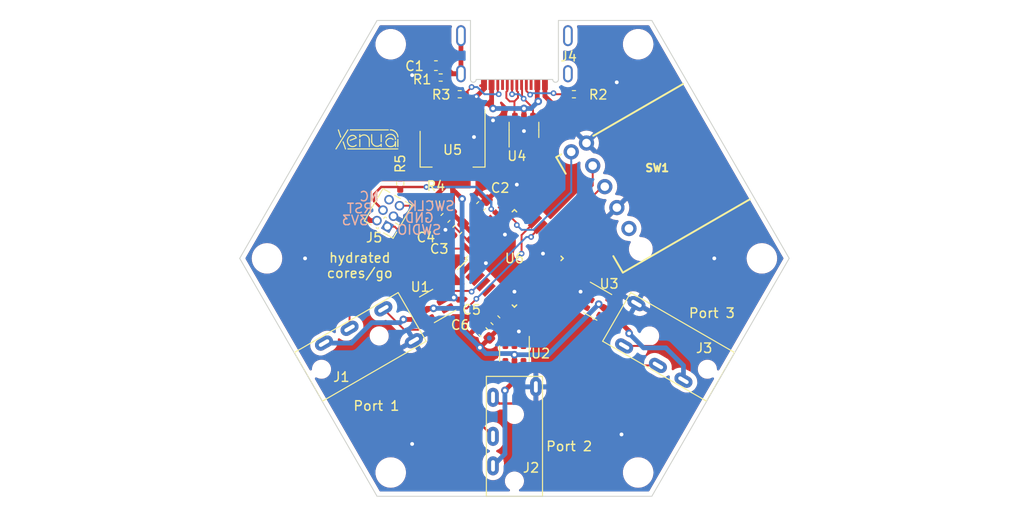
<source format=kicad_pcb>
(kicad_pcb (version 20211014) (generator pcbnew)

  (general
    (thickness 1.6)
  )

  (paper "A4")
  (layers
    (0 "F.Cu" signal)
    (31 "B.Cu" signal)
    (32 "B.Adhes" user "B.Adhesive")
    (33 "F.Adhes" user "F.Adhesive")
    (34 "B.Paste" user)
    (35 "F.Paste" user)
    (36 "B.SilkS" user "B.Silkscreen")
    (37 "F.SilkS" user "F.Silkscreen")
    (38 "B.Mask" user)
    (39 "F.Mask" user)
    (40 "Dwgs.User" user "User.Drawings")
    (41 "Cmts.User" user "User.Comments")
    (42 "Eco1.User" user "User.Eco1")
    (43 "Eco2.User" user "User.Eco2")
    (44 "Edge.Cuts" user)
    (45 "Margin" user)
    (46 "B.CrtYd" user "B.Courtyard")
    (47 "F.CrtYd" user "F.Courtyard")
    (48 "B.Fab" user)
    (49 "F.Fab" user)
    (50 "User.1" user)
    (51 "User.2" user)
    (52 "User.3" user)
    (53 "User.4" user)
    (54 "User.5" user)
    (55 "User.6" user)
    (56 "User.7" user)
    (57 "User.8" user)
    (58 "User.9" user)
  )

  (setup
    (stackup
      (layer "F.SilkS" (type "Top Silk Screen"))
      (layer "F.Paste" (type "Top Solder Paste"))
      (layer "F.Mask" (type "Top Solder Mask") (thickness 0.01))
      (layer "F.Cu" (type "copper") (thickness 0.035))
      (layer "dielectric 1" (type "core") (thickness 1.51) (material "FR4") (epsilon_r 4.5) (loss_tangent 0.02))
      (layer "B.Cu" (type "copper") (thickness 0.035))
      (layer "B.Mask" (type "Bottom Solder Mask") (thickness 0.01))
      (layer "B.Paste" (type "Bottom Solder Paste"))
      (layer "B.SilkS" (type "Bottom Silk Screen"))
      (copper_finish "None")
      (dielectric_constraints no)
    )
    (pad_to_mask_clearance 0)
    (pcbplotparams
      (layerselection 0x00010fc_ffffffff)
      (disableapertmacros false)
      (usegerberextensions false)
      (usegerberattributes true)
      (usegerberadvancedattributes true)
      (creategerberjobfile true)
      (svguseinch false)
      (svgprecision 6)
      (excludeedgelayer true)
      (plotframeref false)
      (viasonmask false)
      (mode 1)
      (useauxorigin false)
      (hpglpennumber 1)
      (hpglpenspeed 20)
      (hpglpendiameter 15.000000)
      (dxfpolygonmode true)
      (dxfimperialunits true)
      (dxfusepcbnewfont true)
      (psnegative false)
      (psa4output false)
      (plotreference true)
      (plotvalue true)
      (plotinvisibletext false)
      (sketchpadsonfab false)
      (subtractmaskfromsilk false)
      (outputformat 1)
      (mirror false)
      (drillshape 1)
      (scaleselection 1)
      (outputdirectory "")
    )
  )

  (net 0 "")
  (net 1 "Net-(C1-Pad1)")
  (net 2 "GND")
  (net 3 "Net-(C2-Pad2)")
  (net 4 "+3V3")
  (net 5 "Net-(J1-PadR1)")
  (net 6 "Net-(J1-PadR2)")
  (net 7 "Net-(J2-PadR1)")
  (net 8 "Net-(J2-PadR2)")
  (net 9 "Net-(J3-PadR1)")
  (net 10 "Net-(J3-PadR2)")
  (net 11 "/SWDIO")
  (net 12 "/RST")
  (net 13 "/SWCLK")
  (net 14 "unconnected-(J5-Pad6)")
  (net 15 "Net-(J4-PadA5)")
  (net 16 "Net-(J4-PadB5)")
  (net 17 "/P1_SCL")
  (net 18 "/P1_SDA")
  (net 19 "/P2_SCL")
  (net 20 "/P2_SDA")
  (net 21 "/P3_SCL")
  (net 22 "/P3_SDA")
  (net 23 "/USBD-")
  (net 24 "/USBD+")
  (net 25 "/DP")
  (net 26 "VBUS")
  (net 27 "/DM")
  (net 28 "unconnected-(U6-Pad1)")
  (net 29 "unconnected-(U6-Pad2)")
  (net 30 "unconnected-(U6-Pad3)")
  (net 31 "unconnected-(U6-Pad4)")
  (net 32 "unconnected-(U6-Pad7)")
  (net 33 "unconnected-(U6-Pad8)")
  (net 34 "unconnected-(U6-Pad13)")
  (net 35 "unconnected-(U6-Pad14)")
  (net 36 "unconnected-(U6-Pad15)")
  (net 37 "unconnected-(U6-Pad16)")
  (net 38 "unconnected-(U6-Pad5)")
  (net 39 "unconnected-(U6-Pad27)")
  (net 40 "unconnected-(J4-PadA8)")
  (net 41 "unconnected-(J4-PadB8)")
  (net 42 "/SW1")
  (net 43 "/SW_A")
  (net 44 "/SW_B")
  (net 45 "unconnected-(U6-Pad6)")

  (footprint "Package_TO_SOT_SMD:SOT-23-6" (layer "F.Cu") (at 187 52 -150))

  (footprint "pj320a:Jack_3.5mm_PJ320A_Horizontal" (layer "F.Cu") (at 175.229681 58.65 30))

  (footprint "MountingHole:MountingHole_2.2mm_M2_DIN965" (layer "F.Cu") (at 208.5 69.5))

  (footprint "Package_TO_SOT_SMD:SOT-23-6" (layer "F.Cu") (at 195.5 57 -90))

  (footprint "MountingHole:MountingHole_2.2mm_M2_DIN965" (layer "F.Cu") (at 182.5 24.5))

  (footprint "Resistor_SMD:R_0402_1005Metric_Pad0.72x0.64mm_HandSolder" (layer "F.Cu") (at 187.25 41.1525 -90))

  (footprint "Resistor_SMD:R_0402_1005Metric_Pad0.72x0.64mm_HandSolder" (layer "F.Cu") (at 189.75 29.75))

  (footprint "Capacitor_SMD:C_0603_1608Metric_Pad1.08x0.95mm_HandSolder" (layer "F.Cu") (at 192.25 54.75 135))

  (footprint "MountingHole:MountingHole_2.2mm_M2_DIN965" (layer "F.Cu") (at 208.5 24.5))

  (footprint "Capacitor_SMD:C_0603_1608Metric_Pad1.08x0.95mm_HandSolder" (layer "F.Cu") (at 189.5 44 -135))

  (footprint "Package_TO_SOT_SMD:SOT-23-6" (layer "F.Cu") (at 196.5 33.5 90))

  (footprint "MountingHole:MountingHole_2.2mm_M2_DIN965" (layer "F.Cu") (at 169.5 47))

  (footprint "Resistor_SMD:R_0402_1005Metric_Pad0.72x0.64mm_HandSolder" (layer "F.Cu") (at 201.75 29.75))

  (footprint "Capacitor_SMD:C_0603_1608Metric_Pad1.08x0.95mm_HandSolder" (layer "F.Cu") (at 187.25 26.75 180))

  (footprint "Capacitor_SMD:C_0603_1608Metric_Pad1.08x0.95mm_HandSolder" (layer "F.Cu") (at 192 41.5 -135))

  (footprint "Resistor_SMD:R_0402_1005Metric_Pad0.72x0.64mm_HandSolder" (layer "F.Cu") (at 187.75 28 180))

  (footprint "xenua:USB_C_Receptacle_GCT_USB4510" (layer "F.Cu") (at 195.5 22 180))

  (footprint "pj320a:Jack_3.5mm_PJ320A_Horizontal" (layer "F.Cu") (at 215.770319 58.65 150))

  (footprint "pj320a:Jack_3.5mm_PJ320A_Horizontal" (layer "F.Cu") (at 195.5 70.4 90))

  (footprint "xenua:EVQWGD001" (layer "F.Cu") (at 210.5 37.75 30))

  (footprint "xenua:sig" (layer "F.Cu") (at 176.75 35.5))

  (footprint "Package_QFP:TQFP-32_7x7mm_P0.8mm" (layer "F.Cu") (at 195.5 47 45))

  (footprint "Package_TO_SOT_SMD:SOT-223-3_TabPin2" (layer "F.Cu") (at 189 35.5 -90))

  (footprint "Capacitor_SMD:C_0603_1608Metric_Pad1.08x0.95mm_HandSolder" (layer "F.Cu") (at 188.25 42.75 -135))

  (footprint "Connector_PinHeader_1.27mm:PinHeader_2x03_P1.27mm_Vertical" (layer "F.Cu") (at 182.153766 43.666683 150))

  (footprint "MountingHole:MountingHole_2.2mm_M2_DIN965" (layer "F.Cu") (at 182.5 69.5))

  (footprint "Resistor_SMD:R_0402_1005Metric_Pad0.72x0.64mm_HandSolder" (layer "F.Cu") (at 183.5 39.1525 90))

  (footprint "Package_TO_SOT_SMD:SOT-23-6" (layer "F.Cu") (at 204.25 51.75 -30))

  (footprint "MountingHole:MountingHole_2.2mm_M2_DIN965" (layer "F.Cu") (at 221.5 47))

  (footprint "Capacitor_SMD:C_0603_1608Metric_Pad1.08x0.95mm_HandSolder" (layer "F.Cu") (at 193.5 53.5 135))

  (gr_line (start 195.5 28.3) (end 196.5 28.3) (layer "Dwgs.User") (width 0.15) (tstamp 31bd80de-4bb5-4c77-a663-2affc4147372))
  (gr_line (start 195.5 28.3) (end 194.5 28.3) (layer "Dwgs.User") (width 0.15) (tstamp 944dbd01-505d-494d-9f63-f2c8bd1db418))
  (gr_line (start 224.368 47) (end 209.934 72) (layer "Edge.Cuts") (width 0.1) (tstamp 0743bc59-afe2-4752-9e56-a24822d18aaa))
  (gr_line (start 181.066 22) (end 166.632 47) (layer "Edge.Cuts") (width 0.1) (tstamp 473ddb9d-3e9e-4912-a8c3-fb5b4dbbf8df))
  (gr_line (start 200.12 22) (end 209.934 22) (layer "Edge.Cuts") (width 0.1) (tstamp a6571e26-fdcf-48c3-8604-da94c9af25e8))
  (gr_line (start 181.066 72) (end 209.934 72) (layer "Edge.Cuts") (width 0.1) (tstamp c8afab4b-9964-4341-bc31-892e7e579723))
  (gr_line (start 224.368 47) (end 209.934 22) (layer "Edge.Cuts") (width 0.1) (tstamp dd35352e-d89e-484d-bef8-bac58c66a85a))
  (gr_line (start 166.632 47) (end 181.066 72) (layer "Edge.Cuts") (width 0.1) (tstamp ee989edf-8027-449d-bb77-fbb7e3e7649d))
  (gr_line (start 181.066 22) (end 190.88 22) (layer "Edge.Cuts") (width 0.1) (tstamp f46c70dd-2f86-4294-a0b2-5b136aa818ef))
  (gr_text "SWDIO" (at 185.5 44) (layer "B.SilkS") (tstamp 442e4c29-3088-41af-8517-f77d31721da9)
    (effects (font (size 1 1) (thickness 0.15)) (justify mirror))
  )
  (gr_text "SWCLK" (at 186.75 41.5) (layer "B.SilkS") (tstamp 514ecc23-0675-43eb-a8d8-133ff14e129f)
    (effects (font (size 1 1) (thickness 0.15)) (justify mirror))
  )
  (gr_text "NC" (at 180.25 40.5) (layer "B.SilkS") (tstamp 66c12b4d-c7e0-46d7-811d-ed920ffd0fcb)
    (effects (font (size 1 1) (thickness 0.15)) (justify mirror))
  )
  (gr_text "3V3" (at 178.75 43) (layer "B.SilkS") (tstamp 904edd67-bb0e-43ec-aab9-09bb8c3ed308)
    (effects (font (size 1 1) (thickness 0.15)) (justify mirror))
  )
  (gr_text "RST" (at 179.25 41.75) (layer "B.SilkS") (tstamp 93a05501-3df3-4f42-bfbe-c8be236c01f8)
    (effects (font (size 1 1) (thickness 0.15)) (justify mirror))
  )
  (gr_text "GND" (at 185.5 42.75) (layer "B.SilkS") (tstamp c704fc12-5f0d-4b46-b051-2850536bd319)
    (effects (font (size 1 1) (thickness 0.15)) (justify mirror))
  )
  (gr_text "Port 3" (at 216.25 52.75) (layer "F.SilkS") (tstamp 5766246d-539d-4256-86a4-9f8349610f84)
    (effects (font (size 1 1) (thickness 0.15)))
  )
  (gr_text "hydrated\ncores/go" (at 179.25 47.75) (layer "F.SilkS") (tstamp 7aeda96c-46b8-4006-b414-502a4fefdd07)
    (effects (font (size 1 1) (thickness 0.15)))
  )
  (gr_text "Port 2" (at 201.25 66.75) (layer "F.SilkS") (tstamp 9148d79b-a1b9-4ec5-ae49-7b2d5d0299a9)
    (effects (font (size 1 1) (thickness 0.15)))
  )
  (gr_text "Port 1" (at 181 62.5) (layer "F.SilkS") (tstamp e577fdcc-c176-4b4b-a228-e30f5b47f147)
    (effects (font (size 1 1) (thickness 0.15)))
  )

  (segment (start 189.88 27.6) (end 188.7475 27.6) (width 0.5) (layer "F.Cu") (net 1) (tstamp 3f1b46a9-de00-44b6-b302-95ba5d4fc7be))
  (segment (start 189.88 27.6) (end 188.9625 27.6) (width 0.5) (layer "F.Cu") (net 1) (tstamp 696e0eb6-f485-454f-b142-a24b3e59a953))
  (segment (start 189.88 23.6) (end 189.88 27.6) (width 0.5) (layer "F.Cu") (net 1) (tstamp 8ef27395-8f02-4464-91f7-6df2b86cc43f))
  (segment (start 188.7475 27.6) (end 188.3475 28) (width 0.5) (layer "F.Cu") (net 1) (tstamp a8438cf0-2b94-4a9d-8963-c8f4621cc31d))
  (segment (start 188.9625 27.6) (end 188.1125 26.75) (width 0.5) (layer "F.Cu") (net 1) (tstamp d354ecac-b3bc-4fed-903e-10d10882139b))
  (segment (start 199.5 30.75) (end 201.75 30.75) (width 0.5) (layer "F.Cu") (net 2) (tstamp 01243b79-c596-4665-b7e4-e03ed5e2d85b))
  (segment (start 188.85988 44.60988) (end 188.25 44) (width 0.5) (layer "F.Cu") (net 2) (tstamp 03719843-5435-4291-8e92-d5b393806fb9))
  (segment (start 187.64012 43.35988) (end 187.64012 43.60988) (width 0.5) (layer "F.Cu") (net 2) (tstamp 11dc4169-9f40-4605-8579-68c147f18d6b))
  (segment (start 202.3475 30.1525) (end 202.3475 29.75) (width 0.5) (layer "F.Cu") (net 2) (tstamp 13ec963b-04ef-4bfa-98f2-89920e941ff9))
  (segment (start 196.171573 50.5) (end 195.5 50.5) (width 0.5) (layer "F.Cu") (net 2) (tstamp 19231caf-260d-414a-8f99-844fa96fa85d))
  (segment (start 191.3 32.35) (end 191.3 34.2) (width 0.5) (layer "F.Cu") (net 2) (tstamp 1ef98e3c-1ed0-4ea3-997b-56d6e4637e06))
  (segment (start 203.13075 51.18125) (end 202.4495 50.5) (width 0.5) (layer "F.Cu") (net 2) (tstamp 215ce0f6-5af5-4b67-ae69-b288192d34e1))
  (segment (start 188.89012 44.60988) (end 188.85988 44.60988) (width 0.5) (layer "F.Cu") (net 2) (tstamp 3a447120-bb13-4c44-a114-ff648619224b))
  (segment (start 191.64012 54.14012) (end 191.34012 54.14012) (width 0.5) (layer "F.Cu") (net 2) (tstamp 4301754c-6d5d-4383-afc6-8c9a9e772a4c))
  (segment (start 191.3 32.35) (end 193.1 32.35) (width 0.5) (layer "F.Cu") (net 2) (tstamp 55f1c4af-adb5-49e0-ace7-9fc384f5d29d))
  (segment (start 193.565686 44.5) (end 194.5 44.5) (width 0.5) (layer "F.Cu") (net 2) (tstamp 671095b0-ed5a-4ae7-ac85-9ee83cba59d8))
  (segment (start 187.64012 43.39012) (end 188.25 44) (width 0.5) (layer "F.Cu") (net 2) (tstamp 6fc9f2c2-bef9-48e2-9027-eb42ac7b78fe))
  (segment (start 193.1 32.35) (end 193.25 32.5) (width 0.5) (layer "F.Cu") (net 2) (tstamp 76bbad38-00e2-41b2-9ddd-aff8d95e873f))
  (segment (start 187.64012 43.35988) (end 187.64012 43.39012) (width 0.5) (layer "F.Cu") (net 2) (tstamp 8143a189-78e8-4949-9928-620769923d07))
  (segment (start 192.777639 43.711953) (end 193.565686 44.5) (width 0.5) (layer "F.Cu") (net 2) (tstamp 844267ab-0c59-45ad-9cf9-19c1e73a2831))
  (segment (start 191.3 32.35) (end 191.3 32.45) (width 0.5) (layer "F.Cu") (net 2) (tstamp 86b0791e-e64d-41a6-9b4e-9b2d1dee1dac))
  (segment (start 192.3 28.75) (end 192.3 29.200489) (width 0.5) (layer "F.Cu") (net 2) (tstamp 8732a11f-3ef6-4396-b98d-830ac6bfa2c8))
  (segment (start 198.7 29.95) (end 198.7 28.75) (width 0.5) (layer "F.Cu") (net 2) (tstamp 89e4cfba-750c-4083-acc4-ed21bb6833df))
  (segment (start 188.296732 51.119622) (end 189.130378 51.119622) (width 0.5) (layer "F.Cu") (net 2) (tstamp 976eff56-3816-452d-9c77-d211b78adaef))
  (segment (start 187.985104 51.43125) (end 188.296732 51.119622) (width 0.5) (layer "F.Cu") (net 2) (tstamp 9821fdbc-a1cd-4bf4-b25b-5f699978c34b))
  (segment (start 191.3 34.2) (end 191.25 34.25) (width 0.5) (layer "F.Cu") (net 2) (tstamp 9a5c3670-eaa7-4dcf-9286-43ba42ac67e7))
  (segment (start 196.5 34.6375) (end 196.5 33.6245) (width 0.5) (layer "F.Cu") (net 2) (tstamp a3af9b14-6380-4eca-a818-510262168f6c))
  (segment (start 203.264896 51.18125) (end 203.13075 51.18125) (width 0.5) (layer "F.Cu") (net 2) (tstamp a6e977e2-d6fd-497d-8dbf-799018d7fc04))
  (segment (start 201.75 30.75) (end 202.3475 30.1525) (width 0.5) (layer "F.Cu") (net 2) (tstamp a945a064-87fa-4c73-a3a4-1a959dcf5758))
  (segment (start 192.60988 40.89012) (end 192.85988 40.89012) (width 0.5) (layer "F.Cu") (net 2) (tstamp b9c85551-8712-46b2-8570-ce78df9e2527))
  (segment (start 199.5 30.75) (end 198.7 29.95) (width 0.5) (layer "F.Cu") (net 2) (tstamp bb5948b2-3dac-442f-abc5-abb89dbc4ff5))
  (segment (start 195.5 55.8625) (end 195.5 55.144439) (width 0.5) (layer "F.Cu") (net 2) (tstamp bd5982a1-f298-433e-aa00-1ad636989dff))
  (segment (start 197.09099 51.419417) (end 196.171573 50.5) (width 0.5) (layer "F.Cu") (net 2) (tstamp cb6c4e8c-26d9-4358-bd61-00ae2e9a6b1a))
  (segment (start 192.3 29.200489) (end 191.5 30.000489) (width 0.5) (layer "F.Cu") (net 2) (tstamp d2070829-6614-4d36-90ec-2c8dd2f421fd))
  (segment (start 191.3 32.45) (end 191.25 32.5) (width 0.5) (layer "F.Cu") (net 2) (tstamp e8fa3293-2de2-4a5a-9283-356607904c7c))
  (segment (start 195.5 55.144439) (end 195.964813 54.679626) (width 0.5) (layer "F.Cu") (net 2) (tstamp fae566e4-cd29-42fd-a0cf-1046552b93b0))
  (via (at 216.5 47) (size 0.8) (drill 0.4) (layers "F.Cu" "B.Cu") (free) (net 2) (tstamp 03236581-83d5-46f9-9b92-dfba08a17e3e))
  (via (at 191.25 34.25) (size 0.8) (drill 0.4) (layers "F.Cu" "B.Cu") (net 2) (tstamp 1c4bf035-050b-405c-bea5-ceb3db0151fd))
  (via (at 195.964813 54.679626) (size 0.8) (drill 0.4) (layers "F.Cu" "B.Cu") (net 2) (tstamp 2eb2e4d3-f2ce-4f29-9070-1c4837a13861))
  (via (at 188.25 44) (size 0.8) (drill 0.4) (layers "F.Cu" "B.Cu") (net 2) (tstamp 2fe521ff-d6d1-4c05-8296-4c946423024c))
  (via (at 194.5 44.5) (size 0.8) (drill 0.4) (layers "F.Cu" "B.Cu") (free) (net 2) (tstamp 3b4c2257-f4dd-4ad9-b415-910c47910fb8))
  (via (at 192.5 47.5) (size 0.8) (drill 0.4) (layers "F.Cu" "B.Cu") (free) (net 2) (tstamp 43044d53-b707-4d3a-afb5-42d6b6af2e7c))
  (via (at 195.5 50.5) (size 0.8) (drill 0.4) (layers "F.Cu" "B.Cu") (free) (net 2) (tstamp 6431d07b-1cc3-48bf-98c9-a73b1e3fc17b))
  (via (at 173.5 47) (size 0.8) (drill 0.4) (layers "F.Cu" "B.Cu") (free) (net 2) (tstamp 841a072b-b3fa-45b8-a76b-f9a5c81a1364))
  (via (at 191.5 30.000489) (size 0.6) (drill 0.3) (layers "F.Cu" "B.Cu") (net 2) (tstamp 91f3669f-b5e2-4adf-afb0-e37eed958e60))
  (via (at 202.4495 50.5) (size 0.8) (drill 0.4) (layers "F.Cu" "B.Cu") (net 2) (tstamp 9707b9bf-a5fc-4e09-aebe-5bc06e829499))
  (via (at 206.75 65.5) (size 0.8) (drill 0.4) (layers "F.Cu" "B.Cu") (free) (net 2) (tstamp adb90deb-6853-4230-a382-6c8831b3f4f3))
  (via (at 198.5 46.5) (size 0.8) (drill 0.4) (layers "F.Cu" "B.Cu") (free) (net 2) (tstamp b439546a-c621-4887-b3aa-bc0ca20da5cb))
  (via (at 189.130378 51.119622) (size 0.8) (drill 0.4) (layers "F.Cu" "B.Cu") (net 2) (tstamp b6eda8ee-c639-4010-a71e-f418426c448a))
  (via (at 195.75 39.25) (size 0.8) (drill 0.4) (layers "F.Cu" "B.Cu") (free) (net 2) (tstamp bc4305ae-ca06-4789-823d-45aef5e290e2))
  (via (at 184.75 27.75) (size 0.8) (drill 0.4) (layers "F.Cu" "B.Cu") (free) (net 2) (tstamp c490a0cc-a139-4ae9-b6ad-1f989dec564b))
  (via (at 193.25 32.5) (size 0.8) (drill 0.4) (layers "F.Cu" "B.Cu") (net 2) (tstamp c569fb6a-628e-48b4-805b-d04f577f815a))
  (via (at 196.5 33.6245) (size 0.8) (drill 0.4) (layers "F.Cu" "B.Cu") (net 2) (tstamp d52eb3e6-c3f0-4f18-ac0b-40f1f9e6fd5e))
  (via (at 206.25 28.5) (size 0.8) (drill 0.4) (layers "F.Cu" "B.Cu") (free) (net 2) (tstamp f0d4f2d5-ebc4-472c-9ad0-46e60ab32a6a))
  (via (at 184.75 66.5) (size 0.8) (drill 0.4) (layers "F.Cu" "B.Cu") (free) (net 2) (tstamp fd8cd4a1-8cce-4033-93c0-c4b68cc71c6b))
  (segment (start 192.211953 44.277639) (end 191.39012 43.455806) (width 0.3) (layer "F.Cu") (net 3) (tstamp 1bd98adf-6059-495f-94b7-9f4ef4e778fb))
  (segment (start 191.39012 43.455806) (end 191.39012 42.10988) (width 0.3) (layer "F.Cu") (net 3) (tstamp 22f790b9-c1d9-412d-ac0e-7bd254369216))
  (segment (start 190.10988 43.39012) (end 188.85988 42.14012) (width 0.5) (layer "F.Cu") (net 4) (tstamp 0376f97d-4fda-40e2-8ae7-be256dd0b17a))
  (segment (start 205.235104 52.31875) (end 204.864321 52.31875) (width 0.5) (layer "F.Cu") (net 4) (tstamp 04cd1be7-98f7-4cec-9bc2-093fcec1606d))
  (segment (start 189 38.65) (end 189 42) (width 0.5) (layer "F.Cu") (net 4) (tstamp 04d8fd5a-af67-40da-a8c2-f7fab9d79c3b))
  (segment (start 192.85988 55.39012) (end 191.875 56.375) (width 0.5) (layer "F.Cu") (net 4) (tstamp 1d81386a-c764-455e-a123-419b6cfd4065))
  (segment (start 191.646268 44.843324) (end 191.563084 44.843324) (width 0.5) (layer "F.Cu") (net 4) (tstamp 23bdbd44-4a30-4d2c-b3c5-4d4dfb6ad7d1))
  (segment (start 186.014896 52.56875) (end 185.165399 53.418247) (width 0.5) (layer "F.Cu") (net 4) (tstamp 32dcc70a-1e38-4dff-8bd2-7fe6cd7ba6cd))
  (segment (start 195.5 58.1375) (end 195.5 59.8755) (width 0.5) (layer "F.Cu") (net 4) (tstamp 37df637f-662f-40f0-adc0-7d1db39f5ebd))
  (segment (start 189 32.35) (end 189 38.65) (width 0.5) (layer "F.Cu") (net 4) (tstamp 37ffdb94-6f74-4094-8d04-8477df25c710))
  (segment (start 183.405 38.65) (end 183.5 38.555) (width 0.5) (layer "F.Cu") (net 4) (tstamp 4e19c973-ba31-416a-a16a-3baed59fea65))
  (segment (start 187 52.25) (end 186.333646 52.25) (width 0.5) (layer "F.Cu") (net 4) (tstamp 4fd2be35-f3dc-4152-8d6b-941d855e1521))
  (segment (start 189 39.75) (end 190 40.75) (width 0.5) (layer "F.Cu") (net 4) (tstamp 5f0d7789-3d8e-4525-b01d-b4b0497082e8))
  (segment (start 191.563084 44.843324) (end 190.10988 43.39012) (width 0.5) (layer "F.Cu") (net 4) (tstamp 653c887b-6912-4e12-9d5b-b353929ef1fc))
  (segment (start 205.235104 52.31875) (end 205.31875 52.31875) (width 0.5) (layer "F.Cu") (net 4) (tstamp 6a1464e6-525c-4f06-8066-5df619f0f8e1))
  (segment (start 183.5 38.555) (end 183.595 38.65) (width 0.5) (layer "F.Cu") (net 4) (tstamp 6bf8c4c4-d98f-47ee-a8c0-f3260708f658))
  (segment (start 181.053914 43.031683) (end 180.346808 43.031683) (width 0.5) (layer "F.Cu") (net 4) (tstamp 6eae3b60-1582-4df7-b905-1c27d01dafb7))
  (segment (start 189 42) (end 188.85988 42.14012) (width 0.5) (layer "F.Cu") (net 4) (tstamp 80b217b0-d0e1-4411-b435-32e96c858e1f))
  (segment (start 196.234657 51.985103) (end 194.10988 54.10988) (width 0.5) (layer "F.Cu") (net 4) (tstamp 83428e0e-6169-45e1-8979-696ca9eea4f3))
  (segment (start 204.864321 52.31875) (end 204.357821 51.81225) (width 0.5) (layer "F.Cu") (net 4) (tstamp 87595e44-a48a-4a99-85f5-ef2ea90c9e37))
  (segment (start 207.5505 54.634146) (end 207.5505 54.880378) (width 0.5) (layer "F.Cu") (net 4) (tstamp 8b5bfda2-79a7-4762-a6d8-16647750378e))
  (segment (start 178.9025 39.5975) (end 179.85 38.65) (width 0.5) (layer "F.Cu") (net 4) (tstamp 8d78cea2-222d-44f7-97d2-4ef69f6c4b3f))
  (segment (start 205.235104 52.31875) (end 207.5505 54.634146) (width 0.5) (layer "F.Cu") (net 4) (tstamp 9e999c9d-e058-4f07-9aa3-a9dc594b76bf))
  (segment (start 187.25 40.4) (end 189 38.65) (width 0.5) (layer "F.Cu") (net 4) (tstamp 9f57eebc-b460-4a82-8171-ddd51d1041fb))
  (segment (start 196.525305 51.985103) (end 196.234657 51.985103) (width 0.5) (layer "F.Cu") (net 4) (tstamp a9eb8cd6-d2df-495d-97f8-cf25705e5da3))
  (segment (start 178.9025 41.587375) (end 178.9025 39.5975) (width 0.5) (layer "F.Cu") (net 4) (tstamp aebfa671-5b50-4c69-8677-95fe12ef826c))
  (segment (start 183.595 38.65) (end 189 38.65) (width 0.5) (layer "F.Cu") (net 4) (tstamp afa47a69-e5a4-42a4-be66-0114bd5c3349))
  (segment (start 180.346808 43.031683) (end 178.9025 41.587375) (width 0.5) (layer "F.Cu") (net 4) (tstamp b2e62c9c-d445-432c-86ff-986b894fa53f))
  (segment (start 187.25 40.555) (end 187.25 40.4) (width 0.5) (layer "F.Cu") (net 4) (tstamp b42c2237-55bc-47ec-aacd-3cf43e17f2d4))
  (segment (start 195.5 59.8755) (end 194.5 60.8755) (width 0.5) (layer "F.Cu") (net 4) (tstamp b98b2aa4-f17c-4944-a63b-517efd27344b))
  (segment (start 194.10988 54.10988) (end 192.85988 55.35988) (width 0.5) (layer "F.Cu") (net 4) (tstamp c71cbc25-a226-480e-9120-4c90056547ed))
  (segment (start 192.85988 55.35988) (end 192.85988 55.39012) (width 0.5) (layer "F.Cu") (net 4) (tstamp d9762b98-452e-45a8-941b-a35ffe0e2d4c))
  (segment (start 185.165399 53.418247) (end 183.831753 53.418247) (width 0.5) (layer "F.Cu") (net 4) (tstamp db128544-f66c-42f4-beb9-1d8c80c15d88))
  (segment (start 179.85 38.65) (end 183.405 38.65) (width 0.5) (layer "F.Cu") (net 4) (tstamp e9355b40-9e5c-455b-b1a8-fe00e2b96664))
  (segment (start 186.333646 52.25) (end 186.014896 52.56875) (width 0.5) (layer "F.Cu") (net 4) (tstamp f358ac6b-17e0-4c47-9f05-8773630c08f8))
  (segment (start 195.5 58.1375) (end 195.5 57.1245) (width 0.5) (layer "F.Cu") (net 4) (tstamp fa5ea037-1b76-4529-80bf-e23d4b9a0e7b))
  (segment (start 189 38.65) (end 189 39.75) (width 0.5) (layer "F.Cu") (net 4) (tstamp fa65d098-5ecb-45ca-921d-eeb8930cd867))
  (via (at 207.5505 54.880378) (size 0.8) (drill 0.4) (layers "F.Cu" "B.Cu") (net 4) (tstamp 15841606-09ac-42c9-ac6d-455675705d16))
  (via (at 190 40.75) (size 0.8) (drill 0.4) (layers "F.Cu" "B.Cu") (net 4) (tstamp 1fd275a0-197e-4d60-9ea7-4acf500af443))
  (via (at 191.875 56.375) (size 0.8) (drill 0.4) (layers "F.Cu" "B.Cu") (net 4) (tstamp 386c9c06-9604-4504-9e90-3a42cced6a3c))
  (via (at 195.5 57.1245) (size 0.8) (drill 0.4) (layers "F.Cu" "B.Cu") (net 4) (tstamp 3cf37809-8882-441f-bd8e-11eadeb9b4f2))
  (via (at 194.5 60.8755) (size 0.8) (drill 0.4) (layers "F.Cu" "B.Cu") (net 4) (tstamp 4e3faa3b-685b-4b59-bbf2-b4a54ad2dfc1))
  (via (at 183.831753 53.418247) (size 0.8) (drill 0.4) (layers "F.Cu" "B.Cu") (net 4) (tstamp 60d2675f-2544-4550-ba8e-d0ef2889d24f))
  (via (at 187 52.25) (size 0.8) (drill 0.4) (layers "F.Cu" "B.Cu") (net 4) (tstamp 88c5b4a9-3364-45ea-b9c0-bb33f0271133))
  (via (at 204.357821 51.81225) (size 0.8) (drill 0.4) (layers "F.Cu" "B.Cu") (net 4) (tstamp b9112406-6880-496a-8cf3-329d93d8abc3))
  (segment (start 199.045571 57.1245) (end 204.357821 51.81225) (width 0.5) (layer "B.Cu") (net 4) (tstamp 06ce9a2f-62c9-4ebd-81db-3fa9016ba633))
  (segment (start 190 40.75) (end 190 51.5) (width 0.5) (layer "B.Cu") (net 4) (tstamp 06cf9d8c-80ee-474a-9941-3419d77ef170))
  (segment (start 190 52.25) (end 187 52.25) (width 0.5) (layer "B.Cu") (net 4) (tstamp 0f2345df-1720-4a1d-8df4-9dea06adef0f))
  (segment (start 194.5 60.8755) (end 194.5 67.55) (width 0.5) (layer "B.Cu") (net 4) (tstamp 1054d765-304e-44ee-a408-f73ba3541d44))
  (segment (start 190 54.5) (end 191.875 56.375) (width 0.5) (layer "B.Cu") (net 4) (tstamp 19a9d3b5-5aa1-449e-ab8e-d103756ba404))
  (segment (start 191.875 56.375) (end 192.5 57) (width 0.5) (layer "B.Cu") (net 4) (tstamp 1c370c68-124e-4b3b-87da-08abf9cdb16f))
  (segment (start 183.831753 53.418247) (end 183.5 53.75) (width 0.5) (layer "B.Cu") (net 4) (tstamp 3808ff98-c381-4bc8-9063-5fab6223c5fb))
  (segment (start 180.515644 53.75) (end 178.364201 55.901443) (width 0.5) (layer "B.Cu") (net 4) (tstamp 3f9a7152-7e4a-4640-b4c9-cab06e70526d))
  (segment (start 192.5 57) (end 195.3755 57) (width 0.5) (layer "B.Cu") (net 4) (tstamp 41eb36ad-85e7-4f39-8dca-cb50bceb3b2a))
  (segment (start 207.5505 54.880378) (end 209.070122 56.4) (width 0.5) (layer "B.Cu") (net 4) (tstamp 48c439fd-8a6d-4e60-bfad-1018cdb1bb64))
  (segment (start 209.070122 56.4) (end 211.4 56.4) (width 0.5) (layer "B.Cu") (net 4) (tstamp 6a72969c-584a-408a-8c75-b04f16c58fd0))
  (segment (start 183.5 53.75) (end 180.515644 53.75) (width 0.5) (layer "B.Cu") (net 4) (tstamp 8ed34d6f-8f07-44c1-a2a3-f184d6d9a08f))
  (segment (start 195.3755 57) (end 195.5 57.1245) (width 0.5) (layer "B.Cu") (net 4) (tstamp 933a5253-1d0e-4516-b330-14ba65ca36d4))
  (segment (start 195.5 57.1245) (end 199.045571 57.1245) (width 0.5) (layer "B.Cu") (net 4) (tstamp ab21e7a8-ef62-40a0-a378-209c765cc4bb))
  (segment (start 204.357821 51.81225) (end 204.357821 51.892179) (width 0.5) (layer "B.Cu") (net 4) (tstamp b47a98da-d24c-4742-b64e-3ffd9972ce0f))
  (segment (start 211.4 56.4) (end 213.259678 58.259678) (width 0.5) (layer "B.Cu") (net 4) (tstamp b6af3339-77e3-4805-9423-056f5e2a366f))
  (segment (start 213.259678 58.259678) (end 213.259678 59.798557) (width 0.5) (layer "B.Cu") (net 4) (tstamp be23aa73-d1da-4488-a1e1-b3cf08c1510c))
  (segment (start 190 52.25) (end 190 54.5) (width 0.5) (layer "B.Cu") (net 4) (tstamp c60c4acf-3d6f-48da-b735-ac7a7ae5c6f8))
  (segment (start 192.85988 55.35988) (end 192.85988 55.39012) (width 0.5) (layer "B.Cu") (net 4) (tstamp cfc1a7f1-4f5f-4e2a-9495-cffc1dc92ace))
  (segment (start 190 51.5) (end 190 52.25) (width 0.5) (layer "B.Cu") (net 4) (tstamp d648426c-8d06-4374-a9d5-f0dd792d2bcf))
  (segment (start 178.364201 55.901443) (end 175.490322 55.901443) (width 0.5) (layer "B.Cu") (net 4) (tstamp e5ad5b73-1a14-43b4-b264-e78da8de87af))
  (segment (start 194.5 67.55) (end 193.25 68.8) (width 0.5) (layer "B.Cu") (net 4) (tstamp f993d1dc-6946-40ed-b85c-1fb14a3842b8))
  (segment (start 186.489896 53.391474) (end 185.38137 54.5) (width 0.2) (layer "F.Cu") (net 5) (tstamp 353d10af-18da-4a76-9647-8341271e9bc7))
  (segment (start 183.924262 54.5) (end 181.725705 52.301443) (width 0.2) (layer "F.Cu") (net 5) (tstamp 9db3c135-a7d1-4169-863d-387a1cae1452))
  (segment (start 185.38137 54.5) (end 183.924262 54.5) (width 0.2) (layer "F.Cu") (net 5) (tstamp c11d72ca-3e41-4275-9076-51eecae6a09c))
  (segment (start 184.29387 50.5) (end 180.5 50.5) (width 0.2) (layer "F.Cu") (net 6) (tstamp 28735097-78ba-4ee8-81ae-409197c70305))
  (segment (start 185.539896 51.746026) (end 184.29387 50.5) (width 0.2) (layer "F.Cu") (net 6) (tstamp 53af02fe-5e71-4006-828c-d42765cd6a8f))
  (segment (start 180.5 50.5) (end 178.175 52.825) (width 0.2) (layer "F.Cu") (net 6) (tstamp c6c2dde5-ac0c-4e64-8327-e95b073235c7))
  (segment (start 178.175 52.825) (end 178.175 54.351443) (width 0.2) (layer "F.Cu") (net 6) (tstamp f4b1fa00-7406-401d-8a77-cbd0708ac181))
  (segment (start 193.9 62.25) (end 193.25 61.6) (width 0.25) (layer "F.Cu") (net 7) (tstamp 4eefa2b9-0a99-4c31-a73e-dce3db494272))
  (segment (start 196.45 61.55) (end 195.75 62.25) (width 0.25) (layer "F.Cu") (net 7) (tstamp 86e056d6-76c2-4709-978d-24c455de32ce))
  (segment (start 196.45 58.1375) (end 196.45 61.55) (width 0.25) (layer "F.Cu") (net 7) (tstamp b44709c6-5ba2-4a10-89f2-e6e6dd62901a))
  (segment (start 195.75 62.25) (end 193.9 62.25) (width 0.25) (layer "F.Cu") (net 7) (tstamp da11773f-51dd-4c3c-9be6-17f5dce699bf))
  (segment (start 194.55 58.1375) (end 193.8625 58.1375) (width 0.25) (layer "F.Cu") (net 8) (tstamp 254f268c-baf2-4dbe-bb24-9eda39397444))
  (segment (start 191.75 60.25) (end 191.75 64.2) (width 0.25) (layer "F.Cu") (net 8) (tstamp 2ff79a41-9f22-4fe1-94d5-4ed29213b079))
  (segment (start 193.8625 58.1375) (end 191.75 60.25) (width 0.25) (layer "F.Cu") (net 8) (tstamp 5549b63e-a6a1-4dc2-962d-37089633fd05))
  (segment (start 191.75 64.2) (end 193.25 65.7) (width 0.25) (layer "F.Cu") (net 8) (tstamp c273d2f8-f30a-40a7-abbc-97e240c283ea))
  (segment (start 211 55.75) (end 210.551443 56.198557) (width 0.2) (layer "F.Cu") (net 9) (tstamp 2682afd4-79fa-47be-adb0-0d9f611adcbd))
  (segment (start 207.964078 53.75) (end 210.25 53.75) (width 0.2) (layer "F.Cu") (net 9) (tstamp 43122158-74fb-4bff-a206-ea7936e5b044))
  (segment (start 205.710104 51.496026) (end 207.964078 53.75) (width 0.2) (layer "F.Cu") (net 9) (tstamp 68593248-e9b3-4285-a3d7-62c709eacbc3))
  (segment (start 210.551443 56.198557) (end 207.024295 56.198557) (width 0.2) (layer "F.Cu") (net 9) (tstamp 6b3b47f6-b791-455c-83c8-d68e8001aff5))
  (segment (start 210.25 53.75) (end 211 54.5) (width 0.2) (layer "F.Cu") (net 9) (tstamp 8ae1655f-dd6c-4501-b11a-17fc61c86d1c))
  (segment (start 211 54.5) (end 211 55.75) (width 0.2) (layer "F.Cu") (net 9) (tstamp eb2a59e5-ee5d-46c4-b8fa-0207a14e1124))
  (segment (start 204.760104 53.141474) (end 204.760104 56.760104) (width 0.2) (layer "F.Cu") (net 10) (tstamp 09401383-4bc5-4bb2-b306-acda0cda34a5))
  (segment (start 204.760104 56.760104) (end 206.248557 58.248557) (width 0.2) (layer "F.Cu") (net 10) (tstamp 2a54ad79-ce49-4775-b894-c6c465703efd))
  (segment (start 206.248557 58.248557) (end 210.575 58.248557) (width 0.2) (layer "F.Cu") (net 10) (tstamp fbb243d1-c4af-4ee3-acac-1bb87f0b419f))
  (segment (start 185.224695 45.974695) (end 182.916683 43.666683) (width 0.2) (layer "F.Cu") (net 11) (tstamp 296ebd32-e25d-4bd3-a7a8-b8ebd7e26b00))
  (segment (start 182.916683 43.666683) (end 182.153766 43.666683) (width 0.2) (layer "F.Cu") (net 11) (tstamp 412a2419-90dc-42ae-88f1-174b8684a47f))
  (segment (start 190.514897 45.974695) (end 185.224695 45.974695) (width 0.2) (layer "F.Cu") (net 11) (tstamp ed467a56-dac6-42ac-a9df-e06eb1f09520))
  (segment (start 181.5 39.5) (end 180.75 40.25) (width 0.25) (layer "F.Cu") (net 12) (tstamp 1d8bfe18-97b4-431b-b619-c98b5dd08831))
  (segment (start 186.25 39.5) (end 183.75 39.5) (width 0.25) (layer "F.Cu") (net 12) (tstamp 2cc05c3e-4cea-4694-9cc8-eef3549fbdf6))
  (segment (start 183.75 39.5) (end 183.5 39.75) (width 0.25) (layer "F.Cu") (net 12) (tstamp 391d5edf-b627-46d2-b32b-44a6e72cde4a))
  (segment (start 193.90901 42.580583) (end 193.824269 42.580583) (width 0.2) (layer "F.Cu") (net 12) (tstamp 6357d28d-fcbd-40b7-961f-a7d692fff642))
  (segment (start 193.824269 42.580583) (end 193.060275 41.816589) (width 0.2) (layer "F.Cu") (net 12) (tstamp 7e8c5425-170a-44fc-a23f-552d1e1bb870))
  (segment (start 180.75 40.25) (end 180.75 40.992917) (width 0.25) (layer "F.Cu") (net 12) (tstamp bf4363c4-d085-46b9-8554-f3456d0c7e64))
  (segment (start 183.25 39.5) (end 181.5 39.5) (width 0.25) (layer "F.Cu") (net 12) (tstamp c89c22d5-1c95-4347-9fc8-14507dc8afbe))
  (segment (start 180.75 40.992917) (end 181.688914 41.931831) (width 0.25) (layer "F.Cu") (net 12) (tstamp fe9a0052-3899-4299-b133-4f319d90a48e))
  (segment (start 183.5 39.75) (end 183.25 39.5) (width 0.25) (layer "F.Cu") (net 12) (tstamp ff09d94f-d8d7-4ab2-aa7d-353f6c3961ba))
  (via (at 186.25 39.5) (size 0.6) (drill 0.3) (layers "F.Cu" "B.Cu") (net 12) (tstamp 35cb45f8-8e80-40e7-b61f-32d6fe788f38))
  (via (at 193.060275 41.816589) (size 0.6) (drill 0.3) (layers "F.Cu" "B.Cu") (net 12) (tstamp 53fa3ef6-0a2b-41d2-b20d-15cb15e969b9))
  (segment (start 191.5 39.5) (end 193.060275 41.060275) (width 0.25) (layer "B.Cu") (net 12) (tstamp 134ed347-767a-447a-8bdc-ee68e573320f))
  (segment (start 186.25 39.5) (end 191.5 39.5) (width 0.25) (layer "B.Cu") (net 12) (tstamp 59a59264-674c-4b31-ae89-4b75ccdc5bdb))
  (segment (start 193.060275 41.060275) (end 193.060275 41.816589) (width 0.25) (layer "B.Cu") (net 12) (tstamp a352f24b-907d-4d9a-9eda-3e3aeac4974b))
  (segment (start 190.90901 45.40901) (end 187.25 41.75) (width 0.2) (layer "F.Cu") (net 13) (tstamp 4d9e031a-b091-4040-b188-0d03a82ddc7c))
  (segment (start 191.080583 45.40901) (end 191.080583 45.330583) (width 0.2) (layer "F.Cu") (net 13) (tstamp 4e37322c-ddea-4cc7-9278-07ecb08ab408))
  (segment (start 186.966978 41.466978) (end 183.423766 41.466978) (width 0.2) (layer "F.Cu") (net 13) (tstamp 6e865588-a65a-410f-b88b-b440369f1ad8))
  (segment (start 187.25 41.75) (end 186.966978 41.466978) (width 0.2) (layer "F.Cu") (net 13) (tstamp c5b40851-2a12-43f8-a895-78bdc4eb9320))
  (segment (start 191.080583 45.40901) (end 190.90901 45.40901) (width 0.2) (layer "F.Cu") (net 13) (tstamp f166d02e-45db-4db4-87b0-a51c2129893b))
  (segment (start 201.1525 29.75) (end 199.709954 29.75) (width 0.2) (layer "F.Cu") (net 15) (tstamp 1d7c71da-391f-4794-bcf7-7424ccf9ce40))
  (segment (start 196.75 29.399002) (end 197.1505 29.799502) (width 0.2) (layer "F.Cu") (net 15) (tstamp 2f8079db-710c-4859-ad0d-c38afc13e87c))
  (segment (start 196.75 28.75) (end 196.75 29.399002) (width 0.2) (layer "F.Cu") (net 15) (tstamp cd330023-e309-46ff-baed-7143880691a1))
  (segment (start 199.709954 29.75) (end 199.604977 29.645023) (width 0.2) (layer "F.Cu") (net 15) (tstamp d3a382e9-8106-4e0d-9cd6-0be5d611eeab))
  (via (at 199.604977 29.645023) (size 0.6) (drill 0.3) (layers "F.Cu" "B.Cu") (net 15) (tstamp 04b76b8f-5b44-4aaf-acf4-0aa5c5236610))
  (via (at 197.1505 29.799502) (size 0.6) (drill 0.3) (layers "F.Cu" "B.Cu") (net 15) (tstamp 5330b404-de89-4de2-ad3a-4d341b55b232))
  (segment (start 199.604977 29.645023) (end 197.304979 29.645023) (width 0.2) (layer "B.Cu") (net 15) (tstamp 4b96f7bd-21c4-428c-8ad9-b66ccc03a965))
  (segment (start 197.304979 29.645023) (end 197.1505 29.799502) (width 0.2) (layer "B.Cu") (net 15) (tstamp 97388d70-3e34-4cb6-8718-af6fe5be03eb))
  (segment (start 193.75 28.75) (end 193.75 29.55) (width 0.2) (layer "F.Cu") (net 16) (tstamp 3170a28a-c819-417b-aba7-f50f7bc98447))
  (segment (start 193.75 29.651) (end 193.8495 29.7505) (width 0.2) (layer "F.Cu") (net 16) (tstamp 4108be8f-e131-4d18-9908-79b9f0d24967))
  (segment (start 193.75 29.55) (end 193.75 29.651) (width 0.2) (layer "F.Cu") (net 16) (tstamp 76053c7d-16b5-480a-9684-5512c4f4b671))
  (segment (start 190.3475 29.6525) (end 191 29) (width 0.2) (layer "F.Cu") (net 16) (tstamp 8d048039-6094-4012-b77a-aa7b219a704c))
  (segment (start 190.3475 29.75) (end 190.3475 29.6525) (width 0.2) (layer "F.Cu") (net 16) (tstamp 9449b338-fa28-4755-8a12-224401c47149))
  (via (at 193.8495 29.7505) (size 0.6) (drill 0.3) (layers "F.Cu" "B.Cu") (net 16) (tstamp 927261d8-ab39-4153-8fc4-2242b79c5f29))
  (via (at 191 29) (size 0.6) (drill 0.3) (layers "F.Cu" "B.Cu") (net 16) (tstamp 9536d528-5b2a-41a4-a52a-c2a0a5bf0eeb))
  (segment (start 193.8495 29.7505) (end 192.3505 29.7505) (width 0.2) (layer "B.Cu") (net 16) (tstamp 29d41f34-8276-4388-b5d6-2834dec27591))
  (segment (start 191.6 29) (end 192.3505 29.7505) (width 0.2) (layer "B.Cu") (net 16) (tstamp a50e6f2e-8095-471c-93db-24d6bb67bcb4))
  (segment (start 191 29) (end 191.6 29) (width 0.2) (layer "B.Cu") (net 16) (tstamp be1d0f58-730c-4976-b660-5ecd9c6b9138))
  (segment (start 196.25 44.552944) (end 196.25 46.5) (width 0.2) (layer "F.Cu") (net 17) (tstamp 00a3dad7-8636-49b0-bbd4-0e4aa1b5219b))
  (segment (start 197.656676 43.146268) (end 196.25 44.552944) (width 0.2) (layer "F.Cu") (net 17) (tstamp 147b0aa8-0a32-4862-8483-ff478e7c9c00))
  (segment (start 190.496026 52.253974) (end 191.5 51.25) (width 0.2) (layer "F.Cu") (net 17) (tstamp bd75711f-ba5c-447b-8e58-e038d6b4a85b))
  (segment (start 188.460104 52.253974) (end 190.496026 52.253974) (width 0.2) (layer "F.Cu") (net 17) (tstamp ea9e2d53-d400-4d76-90d6-00cfee129b32))
  (via (at 191.5 51.25) (size 0.6) (drill 0.3) (layers "F.Cu" "B.Cu") (net 17) (tstamp 14970e61-a461-40cd-8f1b-1f6993770c85))
  (via (at 196.25 46.5) (size 0.6) (drill 0.3) (layers "F.Cu" "B.Cu") (net 17) (tstamp eaa1caef-d255-4c49-b59e-1f1e96742d17))
  (segment (start 191.5 51.25) (end 196.25 46.5) (width 0.2) (layer "B.Cu") (net 17) (tstamp 63388229-9d20-4695-adfb-faf853505083))
  (segment (start 197.25 44.75) (end 197.25 44.684314) (width 0.2) (layer "F.Cu") (net 18) (tstamp 211c9aaf-9963-4ddb-a424-f70e78728f6d))
  (segment (start 190.920111 50.420111) (end 191 50.5) (width 0.2) (layer "F.Cu") (net 18) (tstamp 25d30712-9fd0-4a8b-9f60-620591e09daa))
  (segment (start 187.698519 50.420111) (end 190.920111 50.420111) (width 0.2) (layer "F.Cu") (net 18) (tstamp 4a6cc164-429c-4a87-9027-6e01a6d88d33))
  (segment (start 197.25 44.684314) (end 198.222361 43.711953) (width 0.2) (layer "F.Cu") (net 18) (tstamp a1c35b34-5dbc-41f8-a93e-f3706ed4bfb9))
  (segment (start 187.510104 50.608526) (end 187.698519 50.420111) (width 0.2) (layer "F.Cu") (net 18) (tstamp cb257398-6cbe-4db5-9278-04dc5c949982))
  (via (at 197.25 44.75) (size 0.6) (drill 0.3) (layers "F.Cu" "B.Cu") (net 18) (tstamp d03ca063-dbcc-4fbd-a2b8-a81cb6f5133e))
  (via (at 191 50.5) (size 0.6) (drill 0.3) (layers "F.Cu" "B.Cu") (net 18) (tstamp e7bb84ee-4eae-4f73-86cb-b64b3f5a898a))
  (segment (start 196.75 44.75) (end 197.25 44.75) (width 0.2) (layer "B.Cu") (net 18) (tstamp 4b4de6c1-e959-4f46-9d4d-eb66c568384a))
  (segment (start 191 50.5) (end 196.75 44.75) (width 0.2) (layer "B.Cu") (net 18) (tstamp 93fbcb15-f62b-481e-ac5a-860cdeecb839))
  (segment (start 196.45 55.8625) (end 196.45 55.3) (width 0.2) (layer "F.Cu") (net 19) (tstamp 14b7de01-10a9-4645-ba05-1cb67a09f7fe))
  (segment (start 198.75 50.815686) (end 198.222361 50.288047) (width 0.2) (layer "F.Cu") (net 19) (tstamp 24e7e5b2-85d4-411c-851a-1c47670eccbe))
  (segment (start 198.75 53) (end 198.75 50.815686) (width 0.2) (layer "F.Cu") (net 19) (tstamp 53d0eafd-b80d-46c7-8870-a666b4c2f402))
  (segment (start 196.45 55.3) (end 198.75 53) (width 0.2) (layer "F.Cu") (net 19) (tstamp a5e69555-a467-4107-837c-9e2aeef17fe3))
  (segment (start 197 53.5) (end 196 53.5) (width 0.2) (layer "F.Cu") (net 20) (tstamp 7f035647-8d39-4908-919e-67605123630e))
  (segment (start 198.25 52.25) (end 197 53.5) (width 0.2) (layer "F.Cu") (net 20) (tstamp ad329b34-085a-461b-8409-5290e3270e3f))
  (segment (start 197.656676 50.853732) (end 198.25 51.447056) (width 0.2) (layer "F.Cu") (net 20) (tstamp bb9c2e7d-b478-4224-a5ea-6786b5a0a60c))
  (segment (start 198.25 51.447056) (end 198.25 52.25) (width 0.2) (layer "F.Cu") (net 20) (tstamp cb706b36-765f-403f-b49e-b87454dec402))
  (segment (start 196 53.5) (end 194.55 54.95) (width 0.2) (layer "F.Cu") (net 20) (tstamp d1af8560-cc84-4b88-812a-4b256532c8df))
  (segment (start 194.55 54.95) (end 194.55 55.8625) (width 0.2) (layer "F.Cu") (net 20) (tstamp f8a79f1d-fc2c-43cd-8f15-209e104abd30))
  (segment (start 203.739896 46.989896) (end 203.739896 50.358526) (width 0.2) (layer "F.Cu") (net 21) (tstamp 647508b2-8e9f-4d78-a8a8-2676f8e3c993))
  (segment (start 201.25 44.5) (end 203.739896 46.989896) (width 0.2) (layer "F.Cu") (net 21) (tstamp 6ef0e945-edec-404c-8e75-b7b5151d42fb))
  (segment (start 200.828427 44.5) (end 201.25 44.5) (width 0.2) (layer "F.Cu") (net 21) (tstamp e71984e0-3d0f-4e37-85d7-300662cd76d7))
  (segment (start 199.919417 45.40901) (end 200.828427 44.5) (width 0.2) (layer "F.Cu") (net 21) (tstamp f4e8bb7b-7e9a-4c42-b0bc-f76a0c7edc5a))
  (segment (start 201.25 50.464078) (end 201.25 49.75) (width 0.2) (layer "F.Cu") (net 22) (tstamp 114be904-7531-446d-b4ef-d886f835dd4e))
  (segment (start 201.25 49.75) (end 201.75 49.25) (width 0.2) (layer "F.Cu") (net 22) (tstamp 6b0a2d3f-594b-40d5-ad35-ef7eb9984c1c))
  (segment (start 201.75 49.25) (end 201.75 48.25) (width 0.2) (layer "F.Cu") (net 22) (tstamp 770b3f59-b108-4349-a102-b4a6833dbd58))
  (segment (start 202.789896 52.003974) (end 201.25 50.464078) (width 0.2) (layer "F.Cu") (net 22) (tstamp 86d46c2e-c761-4726-8cf7-87ac650a3e96))
  (segment (start 200.485103 46.985103) (end 200.485103 45.974695) (width 0.2) (layer "F.Cu") (net 22) (tstamp 978b8f6e-64e2-4988-80e6-a20cbc922f06))
  (segment (start 201.75 48.25) (end 200.485103 46.985103) (width 0.2) (layer "F.Cu") (net 22) (tstamp c0e8c612-1089-4683-af6a-33dbcb6ccbc6))
  (segment (start 197.09099 42.333096) (end 197.09099 42.580583) (width 0.2) (layer "F.Cu") (net 23) (tstamp 08ea2b01-5bd2-47d8-b99a-df1c0c2d240b))
  (segment (start 197.584965 41.839121) (end 197.09099 42.333096) (width 0.2) (layer "F.Cu") (net 23) (tstamp 48cb9ffe-7dac-4434-b86e-62dfab502613))
  (segment (start 197.45 41.384636) (end 197.584965 41.519601) (width 0.2) (layer "F.Cu") (net 23) (tstamp a1d716f4-c729-4181-b070-646388fe11ba))
  (segment (start 197.584965 41.519601) (end 197.584965 41.839121) (width 0.2) (layer "F.Cu") (net 23) (tstamp ae614f13-db1b-4dcd-9a31-8e72380559fc))
  (segment (start 197.45 34.6375) (end 197.45 41.384636) (width 0.2) (layer "F.Cu") (net 23) (tstamp b623f017-09f0-48b1-9c87-1fe0e7e47d71))
  (segment (start 195.55 34.6375) (end 195.90048 34.98798) (width 0.2) (layer "F.Cu") (net 24) (tstamp 08b0e335-893e-40b2-a801-a677e98e0c80))
  (segment (start 195.90048 34.98798) (end 195.90048 35.336197) (width 0.2) (layer "F.Cu") (net 24) (tstamp 2b24356e-81a6-45b6-96c6-45a4ae2b1c90))
  (segment (start 196.772791 42.014897) (end 196.525305 42.014897) (width 0.2) (layer "F.Cu") (net 24) (tstamp 57471e7d-8223-4f4f-8d69-631ed9fa8ec8))
  (segment (start 195.90048 35.336197) (end 196.999999 36.435716) (width 0.2) (layer "F.Cu") (net 24) (tstamp 7290fb8e-beab-459e-9125-8cbad9fb6e47))
  (segment (start 196.999999 41.787689) (end 196.772791 42.014897) (width 0.2) (layer "F.Cu") (net 24) (tstamp 8d4a5d70-1a50-46ed-a9b6-ce51b2d5fa04))
  (segment (start 196.999999 36.435716) (end 196.999999 41.787689) (width 0.2) (layer "F.Cu") (net 24) (tstamp da5710b5-0e2b-43c7-82d3-c453b8d8f19d))
  (segment (start 195.75 29.402162) (end 195.87096 29.523122) (width 0.2) (layer "F.Cu") (net 25) (tstamp 16a95136-aff8-4a25-88f5-6309e97dd5ea))
  (segment (start 195 30.5) (end 195.5 30.5) (width 0.2) (layer "F.Cu") (net 25) (tstamp 1ad77e69-1d90-408b-ac2f-e96af1e5b351))
  (segment (start 195.5 32.3125) (end 195.55 32.3625) (width 0.2) (layer "F.Cu") (net 25) (tstamp 5e21ac35-4069-49eb-8c08-81f46cf29050))
  (segment (start 194.650489 30.150489) (end 195 30.5) (width 0.2) (layer "F.Cu") (net 25) (tstamp 604bf475-f397-4fb4-8e5d-23ff7f6e9062))
  (segment (start 195.87096 29.523122) (end 195.87096 30.12904) (width 0.2) (layer "F.Cu") (net 25) (tstamp 93aae5f2-1441-4a3f-9cd0-b2f486e9ac11))
  (segment (start 194.75 28.75) (end 194.75 29.402162) (width 0.2) (layer "F.Cu") (net 25) (tstamp a53dad37-a864-4f4e-ada8-bf8f8283bbad))
  (segment (start 195.75 28.75) (end 195.75 29.402162) (width 0.2) (layer "F.Cu") (net 25) (tstamp b4bd480f-127f-4438-86b5-d5c7288da2ef))
  (segment (start 194.75 29.402162) (end 194.650489 29.501673) (width 0.2) (layer "F.Cu") (net 25) (tstamp c0b9c30e-35c5-4ae7-8b76-87df04e13068))
  (segment (start 194.650489 29.501673) (end 194.650489 30.150489) (width 0.2) (layer "F.Cu") (net 25) (tstamp da0f309b-409d-4587-a114-1ed2e4b3e259))
  (segment (start 195.87096 30.12904) (end 195.5 30.5) (width 0.2) (layer "F.Cu") (net 25) (tstamp dad8d3b9-e789-43e3-80d3-b6ff4f7dc6b0))
  (segment (start 195.5 30.5) (end 195.5 32.3125) (width 0.2) (layer "F.Cu") (net 25) (tstamp f3e1d25f-cb98-4acb-9bd5-4ab65733546f))
  (segment (start 198 30.5) (end 197.9 30.4) (width 0.5) (layer "F.Cu") (net 26) (tstamp 0a05fe91-e9bf-4a8f-867a-e34490f31dd1))
  (segment (start 186.7 32.35) (end 186.7 32.000978) (width 0.5) (layer "F.Cu") (net 26) (tstamp 5093c852-330e-41ce-bf12-b646e0d337d2))
  (segment (start 192.75 30.75) (end 193.1 30.4) (width 0.5) (layer "F.Cu") (net 26) (tstamp 68ea140f-b495-4167-b21d-3d56d8f9d0d3))
  (segment (start 186.7 32.000978) (end 187.950978 30.75) (width 0.5) (layer "F.Cu") (net 26) (tstamp 9ead4cef-69a4-4fb3-8d9a-aa12b7955333))
  (segment (start 193.1 31.1) (end 193.25 31.25) (width 0.5) (layer "F.Cu") (net 26) (tstamp a01abc49-102e-43a5-ba30-00d000ecc8bd))
  (segment (start 193.25 31.25) (end 192.75 30.75) (width 0.5) (layer "F.Cu") (net 26) (tstamp a130673a-6211-4d5a-b55e-a07e5c06a6b6))
  (segment (start 197.9 30.4) (end 197.9 28.75) (width 0.5) (layer "F.Cu") (net 26) (tstamp a7b1ca32-8f2c-45e7-9cf0-a2c7636d48ec))
  (segment (start 193.1 30.4) (end 193.1 28.75) (width 0.5) (layer "F.Cu") (net 26) (tstamp c1c83571-f1e5-4ea7-a600-58822b80c24d))
  (segment (start 187.950978 30.75) (end 192.75 30.75) (width 0.5) (layer "F.Cu") (net 26) (tstamp c334dd50-9547-4cfe-a132-e4efd1f10872))
  (segment (start 193.1 30.4) (end 193.1 31.1) (width 0.5) (layer "F.Cu") (net 26) (tstamp cd4c390f-36a9-4671-86ec-9a7fef52b7dc))
  (segment (start 196.5 32.3625) (end 196.5 31.25) (width 0.5) (layer "F.Cu") (net 26) (tstamp e3764ddd-4f6e-4d16-a250-819cc55ee7e2))
  (segment (start 196.5 32.3625) (end 196.5 32.5) (width 0.5) (layer "F.Cu") (net 26) (tstamp eb37c959-bb8b-40a9-bf22-75393f9615fa))
  (via (at 196.5 31.25) (size 0.8) (drill 0.4) (layers "F.Cu" "B.Cu") (net 26) (tstamp 27b7b50e-4b03-4397-9b7d-b4c0b583d6ea))
  (via (at 193.25 31.25) (size 0.8) (drill 0.4) (layers "F.Cu" "B.Cu") (net 26) (tstamp afcc3f85-cf50-49a0-bd32-ae6be149f4b6))
  (via (at 198 30.5) (size 0.8) (drill 0.4) (layers "F.Cu" "B.Cu") (net 26) (tstamp bd67de49-8486-4922-87fe-de26ce12415c))
  (segment (start 193.25 31.25) (end 196.5 31.25) (width 0.5) (layer "B.Cu") (net 26) (tstamp 2b6b0591-6ce6-421f-a7a2-c11527a9c830))
  (segment (start 197.25 31.25) (end 198 30.5) (width 0.5) (layer "B.Cu") (net 26) (tstamp 5a903d36-2901-4e4a-af45-d4c0a29f888c))
  (segment (start 196.5 31.25) (end 197.25 31.25) (width 0.5) (layer "B.Cu") (net 26) (tstamp 7082cd1f-e250-468c-8796-9f076894b0ad))
  (segment (start 195.25 28.75) (end 195.25 29.75) (width 0.2) (layer "F.Cu") (net 27) (tstamp 6cc92de1-3619-48f3-950e-639f029a4290))
  (segment (start 196.300489 30.049954) (end 196.300489 28.800489) (width 0.2) (layer "F.Cu") (net 27) (tstamp aace598f-5872-4a54-a57a-7a6a370adb8f))
  (segment (start 197.45 31.199465) (end 196.470471 30.219936) (width 0.2) (layer "F.Cu") (net 27) (tstamp dec93212-d747-46e9-b212-08775e23fcc2))
  (segment (start 197.45 32.3625) (end 197.45 31.199465) (width 0.2) (layer "F.Cu") (net 27) (tstamp e1d8a85f-8786-41ef-ac24-5e0916eb2b15))
  (segment (start 196.300489 28.800489) (end 196.25 28.75) (width 0.2) (layer "F.Cu") (net 27) (tstamp fe311d59-9f0c-46bc-a53c-646e928888d8))
  (segment (start 196.470471 30.219936) (end 196.300489 30.049954) (width 0.2) (layer "F.Cu") (net 27) (tstamp ffe0c91b-408c-49dd-8327-aefd99235105))
  (via (at 195.25 29.75) (size 0.6) (drill 0.3) (layers "F.Cu" "B.Cu") (net 27) (tstamp 4bb08230-313e-47cf-9b72-d840eb14c84f))
  (via (at 196.470471 30.219936) (size 0.6) (drill 0.3) (layers "F.Cu" "B.Cu") (net 27) (tstamp a8430e7c-062d-4587-914f-19cb238f441e))
  (segment (start 195.25 29.75) (end 196.000535 29.75) (width 0.2) (layer "B.Cu") (net 27) (tstamp 2653d553-a2d0-4ba7-bc46-e182b0f49c12))
  (segment (start 196.000535 29.75) (end 196.470471 30.219936) (width 0.2) (layer "B.Cu") (net 27) (tstamp 59b31d8d-7096-41a1-a3fc-3d795b28ada3))
  (segment (start 194.474695 42.014897) (end 195.75 43.290202) (width 0.2) (layer "F.Cu") (net 42) (tstamp 58a059c0-b790-456a-8858-50c4483f6f97))
  (segment (start 195.75 43.290202) (end 195.75 43.5) (width 0.2) (layer "F.Cu") (net 42) (tstamp 5a53e26e-7c37-49e2-9961-b3dead0adea8))
  (segment (start 194.474695 42.014897) (end 194.485103 42.014897) (width 0.2) (layer "F.Cu") (net 42) (tstamp eb54f761-88fa-48c8-9863-66ee896724e6))
  (via (at 195.75 43.5) (size 0.6) (drill 0.3) (layers "F.Cu" "B.Cu") (net 42) (tstamp 11e0ffde-455b-4a43-8e17-a3714c9eca7b))
  (segment (start 197.5 44) (end 201.467726 40.032274) (width 0.2) (layer "B.Cu") (net 42) (tstamp 1d0444ca-2c4a-475a-b1f4-80bc406fa7d8))
  (segment (start 196.25 44) (end 197.5 44) (width 0.2) (layer "B.Cu") (net 42) (tstamp 3936dca2-e31d-478f-8f4a-e1351e5fda78))
  (segment (start 195.75 43.5) (end 196.25 44) (width 0.2) (layer "B.Cu") (net 42) (tstamp eb9b30dc-c905-43a0-a8bb-9a9e11e21908))
  (segment (start 201.467726 40.032274) (end 201.467726 35.805642) (width 0.2) (layer "B.Cu") (net 42) (tstamp ed164839-0c33-43ef-81e7-df8620797c91))
  (segment (start 203.723607 37.262943) (end 203.723607 39.342079) (width 0.2) (layer "F.Cu") (net 43) (tstamp 2f38839f-5706-4d9f-913b-6e7bbbbf5908))
  (segment (start 203.723607 39.342079) (end 198.788047 44.277639) (width 0.2) (layer "F.Cu") (net 43) (tstamp cf2fbdcb-4708-4af9-8766-af1a9593982a))
  (segment (start 204.734408 39.462648) (end 204.993607 39.462648) (width 0.2) (layer "F.Cu") (net 44) (tstamp 617be90c-35ca-42af-acf2-25601ff5d82c))
  (segment (start 199.353732 44.843324) (end 204.734408 39.462648) (width 0.2) (layer "F.Cu") (net 44) (tstamp e27da5a9-9b55-46cf-99e9-507ec7745910))

  (zone (net 0) (net_name "") (layer "F.Cu") (tstamp 0df1d87d-b4b7-479c-8e46-6b216f0aa822) (hatch edge 0.508)
    (connect_pads (clearance 0))
    (min_thickness 0.254)
    (keepout (tracks allowed) (vias allowed) (pads allowed ) (copperpour not_allowed) (footprints allowed))
    (fill (thermal_gap 0.508) (thermal_bridge_width 0.508))
    (polygon
      (pts
        (xy 193.8 67.8)
        (xy 194.4 68.4)
        (xy 194.4 69.2)
        (xy 193.6 70.2)
        (xy 192.8 70.2)
        (xy 192.2 69.4)
        (xy 192.2 68.4)
        (xy 192.4 67.8)
        (xy 193.2 67.4)
      )
    )
  )
  (zone (net 0) (net_name "") (layer "F.Cu") (tstamp 14ff1fe8-0cb9-4230-b3ac-814dedaa1561) (hatch edge 0.508)
    (connect_pads (clearance 0))
    (min_thickness 0.254)
    (keepout (tracks allowed) (vias allowed) (pads allowed ) (copperpour not_allowed) (footprints allowed))
    (fill (thermal_gap 0.508) (thermal_bridge_width 0.508))
    (polygon
      (pts
        (xy 214.2 59)
        (xy 214.8 60.2)
        (xy 214.4 60.8)
        (xy 213.2 61)
        (xy 212.4 60.6)
        (xy 212 59.8)
        (xy 212.2 59)
        (xy 213.4 58.6)
      )
    )
  )
  (zone (net 0) (net_name "") (layer "F.Cu") (tstamp 2fbeb955-1e68-4f54-8b14-f0ad950c69cf) (hatch edge 0.508)
    (connect_pads (clearance 0))
    (min_thickness 0.254)
    (keepout (tracks allowed) (vias allowed) (pads allowed ) (copperpour not_allowed) (footprints allowed))
    (fill (thermal_gap 0.508) (thermal_bridge_width 0.508))
    (polygon
      (pts
        (xy 176.75 55.5)
        (xy 176.5 56.5)
        (xy 175.75 57)
        (xy 174.5 57)
        (xy 174.25 56.5)
        (xy 174.25 56)
        (xy 174.5 55.25)
        (xy 175.25 54.75)
        (xy 176 54.75)
      )
    )
  )
  (zone (net 0) (net_name "") (layer "F.Cu") (tstamp 5f24da24-5c5a-4f9c-b576-f4b5a9beac74) (hatch edge 0.508)
    (connect_pads (clearance 0))
    (min_thickness 0.254)
    (keepout (tracks allowed) (vias allowed) (pads allowed ) (copperpour not_allowed) (footprints allowed))
    (fill (thermal_gap 0.508) (thermal_bridge_width 0.508))
    (polygon
      (pts
        (xy 197.5 54.5)
        (xy 194 54.75)
        (xy 194 51)
        (xy 197.5 50.75)
      )
    )
  )
  (zone (net 2) (net_name "GND") (layers F&B.Cu) (tstamp e772d76b-2a68-4823-8adb-a0f224b1a9b1) (hatch edge 0.508)
    (connect_pads (clearance 0.508))
    (min_thickness 0.254) (filled_areas_thickness no)
    (fill yes (thermal_gap 0.508) (thermal_bridge_width 0.508))
    (polygon
      (pts
        (xy 225 75)
        (xy 166 75)
        (xy 166 20)
        (xy 225 20)
      )
    )
    (filled_polygon
      (layer "F.Cu")
      (pts
        (xy 188.873806 22.528502)
        (xy 188.920299 22.582158)
        (xy 188.930403 22.652432)
        (xy 188.925788 22.672597)
        (xy 188.888765 22.789306)
        (xy 188.8715 22.943227)
        (xy 188.8715 24.249769)
        (xy 188.8718 24.252825)
        (xy 188.8718 24.252832)
        (xy 188.87253 24.260273)
        (xy 188.88592 24.396833)
        (xy 188.943084 24.586169)
        (xy 189.035934 24.760796)
        (xy 189.091842 24.829346)
        (xy 189.093143 24.830941)
        (xy 189.120697 24.896373)
        (xy 189.1215 24.910577)
        (xy 189.1215 25.862327)
        (xy 189.101498 25.930448)
        (xy 189.047842 25.976941)
        (xy 188.977568 25.987045)
        (xy 188.912988 25.957551)
        (xy 188.906483 25.951501)
        (xy 188.883184 25.928243)
        (xy 188.878003 25.923071)
        (xy 188.871772 25.91923)
        (xy 188.73615 25.835631)
        (xy 188.736148 25.83563)
        (xy 188.72992 25.831791)
        (xy 188.564809 25.777026)
        (xy 188.557973 25.776326)
        (xy 188.55797 25.776325)
        (xy 188.506474 25.771049)
        (xy 188.462072 25.7665)
        (xy 187.762928 25.7665)
        (xy 187.759682 25.766837)
        (xy 187.759678 25.766837)
        (xy 187.665765 25.776581)
        (xy 187.665761 25.776582)
        (xy 187.658907 25.777293)
        (xy 187.652371 25.779474)
        (xy 187.652369 25.779474)
        (xy 187.519605 25.823768)
        (xy 187.493893 25.832346)
        (xy 187.345969 25.923884)
        (xy 187.339417 25.930448)
        (xy 187.338727 25.931139)
        (xy 187.336962 25.932105)
        (xy 187.335059 25.933613)
        (xy 187.334801 25.933287)
        (xy 187.276446 25.965219)
        (xy 187.205625 25.960218)
        (xy 187.16053 25.931292)
        (xy 187.157869 25.928636)
        (xy 187.14646 25.919625)
        (xy 187.010937 25.836088)
        (xy 186.997759 25.829944)
        (xy 186.846234 25.779685)
        (xy 186.832868 25.776819)
        (xy 186.74023 25.767328)
        (xy 186.733815 25.767)
        (xy 186.659615 25.767)
        (xy 186.644376 25.771475)
        (xy 186.643171 25.772865)
        (xy 186.6415 25.780548)
        (xy 186.6415 27.727885)
        (xy 186.645975 27.743124)
        (xy 186.647365 27.744329)
        (xy 186.655048 27.746)
        (xy 187.2805 27.746)
        (xy 187.348621 27.766002)
        (xy 187.395114 27.819658)
        (xy 187.4065 27.872)
        (xy 187.4065 28.809598)
        (xy 187.410771 28.824143)
        (xy 187.422904 28.826206)
        (xy 187.465973 28.822249)
        (xy 187.479006 28.819639)
        (xy 187.619661 28.775561)
        (xy 187.633412 28.769352)
        (xy 187.684245 28.738566)
        (xy 187.752874 28.720386)
        (xy 187.814789 28.738566)
        (xy 187.86638 28.769811)
        (xy 187.866385 28.769813)
        (xy 187.872882 28.773748)
        (xy 187.880129 28.776019)
        (xy 187.880131 28.77602)
        (xy 187.899718 28.782158)
        (xy 188.027281 28.822134)
        (xy 188.096563 28.8285)
        (xy 188.107827 28.8285)
        (xy 188.472216 28.828499)
        (xy 188.540335 28.848501)
        (xy 188.586828 28.902156)
        (xy 188.596933 28.97243)
        (xy 188.56744 29.037011)
        (xy 188.549966 29.053649)
        (xy 188.534421 29.065839)
        (xy 188.43084 29.16942)
        (xy 188.421533 29.181289)
        (xy 188.345645 29.306594)
        (xy 188.339439 29.320339)
        (xy 188.295361 29.460994)
        (xy 188.292751 29.474027)
        (xy 188.292389 29.477961)
        (xy 188.295312 29.492835)
        (xy 188.307207 29.496)
        (xy 188.880385 29.496)
        (xy 188.895624 29.491525)
        (xy 188.896829 29.490135)
        (xy 188.8985 29.482452)
        (xy 188.8985 28.940402)
        (xy 188.894026 28.925163)
        (xy 188.892392 28.923748)
        (xy 188.854008 28.864022)
        (xy 188.854008 28.793026)
        (xy 188.892391 28.733299)
        (xy 188.909633 28.720747)
        (xy 188.954017 28.693867)
        (xy 188.960518 28.68993)
        (xy 188.965894 28.684554)
        (xy 188.971865 28.679872)
        (xy 188.97375 28.682276)
        (xy 189.023773 28.654961)
        (xy 189.094588 28.660026)
        (xy 189.148199 28.698447)
        (xy 189.157036 28.709282)
        (xy 189.157039 28.709285)
        (xy 189.160935 28.714062)
        (xy 189.165682 28.717989)
        (xy 189.165684 28.717991)
        (xy 189.308575 28.836201)
        (xy 189.308579 28.836203)
        (xy 189.313325 28.84013)
        (xy 189.318745 28.84306)
        (xy 189.31875 28.843064)
        (xy 189.340428 28.854785)
        (xy 189.390837 28.90478)
        (xy 189.4065 28.965621)
        (xy 189.4065 29.8655)
        (xy 189.386498 29.933621)
        (xy 189.332842 29.980114)
        (xy 189.2805 29.9915)
        (xy 187.317063 29.9915)
        (xy 187.298114 29.990067)
        (xy 187.297907 29.990036)
        (xy 187.276651 29.986802)
        (xy 187.269359 29.987395)
        (xy 187.269356 29.987395)
        (xy 187.223991 29.991085)
        (xy 187.213777 29.9915)
        (xy 187.205707 29.9915)
        (xy 187.202087 29.991922)
        (xy 187.202069 29.991923)
        (xy 187.177461 29.994792)
        (xy 187.1731 29.995224)
        (xy 187.147981 29.997267)
        (xy 187.107661 30.000546)
        (xy 187.107658 30.000547)
        (xy 187.100363 30.00114)
        (xy 187.093399 30.003396)
        (xy 187.08744 30.004587)
        (xy 187.081585 30.005971)
        (xy 187.074319 30.006818)
        (xy 187.005673 30.031735)
        (xy 187.001545 30.033152)
        (xy 186.939064 30.053393)
        (xy 186.939062 30.053394)
        (xy 186.932101 30.055649)
        (xy 186.925846 30.059445)
        (xy 186.920372 30.061951)
        (xy 186.914942 30.06467)
        (xy 186.908063 30.067167)
        (xy 186.847016 30.107191)
        (xy 186.843327 30.109518)
        (xy 186.823135 30.121771)
        (xy 186.785693 30.144491)
        (xy 186.785688 30.144495)
        (xy 186.780892 30.147405)
        (xy 186.772516 30.154803)
        (xy 186.772493 30.154777)
        (xy 186.769503 30.157426)
        (xy 186.766264 30.160134)
        (xy 186.760148 30.164144)
        (xy 186.755121 30.169451)
        (xy 186.755117 30.169454)
        (xy 186.706872 30.220383)
        (xy 186.704494 30.222825)
        (xy 186.211089 30.71623)
        (xy 186.196677 30.728616)
        (xy 186.185082 30.737149)
        (xy 186.185077 30.737154)
        (xy 186.179182 30.741492)
        (xy 186.174443 30.74707)
        (xy 186.17444 30.747073)
        (xy 186.144965 30.781768)
        (xy 186.138035 30.789284)
        (xy 186.13234 30.794979)
        (xy 186.130075 30.797842)
        (xy 186.128792 30.799283)
        (xy 186.068556 30.836862)
        (xy 186.034684 30.8415)
        (xy 185.901866 30.8415)
        (xy 185.839684 30.848255)
        (xy 185.703295 30.899385)
        (xy 185.586739 30.986739)
        (xy 185.499385 31.103295)
        (xy 185.448255 31.239684)
        (xy 185.4415 31.301866)
        (xy 185.4415 33.398134)
        (xy 185.448255 33.460316)
        (xy 185.499385 33.596705)
        (xy 185.586739 33.713261)
        (xy 185.703295 33.800615)
        (xy 185.839684 33.851745)
        (xy 185.901866 33.8585)
        (xy 187.498134 33.8585)
        (xy 187.560316 33.851745)
        (xy 187.696705 33.800615)
        (xy 187.704483 33.794786)
        (xy 187.774435 33.74236)
        (xy 187.840942 33.717512)
        (xy 187.910324 33.732565)
        (xy 187.925565 33.74236)
        (xy 187.995517 33.794786)
        (xy 188.003295 33.800615)
        (xy 188.011703 33.803767)
        (xy 188.132286 33.848972)
        (xy 188.132289 33.848973)
        (xy 188.139684 33.851745)
        (xy 188.145453 33.852372)
        (xy 188.206291 33.887126)
        (xy 188.239113 33.950081)
        (xy 188.2415 33.974493)
        (xy 188.2415 37.0155)
        (xy 188.221498 37.083621)
        (xy 188.167842 37.130114)
        (xy 188.1155 37.1415)
        (xy 187.051866 37.1415)
        (xy 186.989684 37.148255)
        (xy 186.853295 37.199385)
        (xy 186.736739 37.286739)
        (xy 186.649385 37.403295)
        (xy 186.598255 37.539684)
        (xy 186.5915 37.601866)
        (xy 186.5915 37.7655)
        (xy 186.571498 37.833621)
        (xy 186.517842 37.880114)
        (xy 186.4655 37.8915)
        (xy 179.917063 37.8915)
        (xy 179.898114 37.890067)
        (xy 179.897907 37.890036)
        (xy 179.876651 37.886802)
        (xy 179.869359 37.887395)
        (xy 179.869356 37.887395)
        (xy 179.823991 37.891085)
        (xy 179.813777 37.8915)
        (xy 179.805707 37.8915)
        (xy 179.802087 37.891922)
        (xy 179.802069 37.891923)
        (xy 179.777461 37.894792)
        (xy 179.7731 37.895224)
        (xy 179.747981 37.897267)
        (xy 179.707661 37.900546)
        (xy 179.707658 37.900547)
        (xy 179.700363 37.90114)
        (xy 179.693399 37.903396)
        (xy 179.68744 37.904587)
        (xy 179.681585 37.905971)
        (xy 179.674319 37.906818)
        (xy 179.605673 37.931735)
        (xy 179.601545 37.933152)
        (xy 179.539064 37.953393)
        (xy 179.539062 37.953394)
        (xy 179.532101 37.955649)
        (xy 179.525846 37.959445)
        (xy 179.520372 37.961951)
        (xy 179.514942 37.96467)
        (xy 179.508063 37.967167)
        (xy 179.447016 38.007191)
        (xy 179.443327 38.009518)
        (xy 179.425388 38.020404)
        (xy 179.385693 38.044491)
        (xy 179.385688 38.044495)
        (xy 179.380892 38.047405)
        (xy 179.372516 38.054803)
        (xy 179.372493 38.054777)
        (xy 179.369503 38.057426)
        (xy 179.366264 38.060134)
        (xy 179.360148 38.064144)
        (xy 179.355121 38.069451)
        (xy 179.355117 38.069454)
        (xy 179.306872 38.120383)
        (xy 179.304494 38.122825)
        (xy 178.413589 39.01373)
        (xy 178.399177 39.026116)
        (xy 178.387582 39.034649)
        (xy 178.387577 39.034654)
        (xy 178.381682 39.038992)
        (xy 178.376943 39.04457)
        (xy 178.37694 39.044573)
        (xy 178.347465 39.079268)
        (xy 178.340535 39.086784)
        (xy 178.33484 39.092479)
        (xy 178.33256 39.095361)
        (xy 178.317219 39.114751)
        (xy 178.314428 39.118155)
        (xy 178.306969 39.126935)
        (xy 178.267167 39.173785)
        (xy 178.263839 39.180301)
        (xy 178.260472 39.18535)
        (xy 178.257305 39.190479)
        (xy 178.252766 39.196216)
        (xy 178.221845 39.262375)
        (xy 178.219942 39.266269)
        (xy 178.186731 39.331308)
        (xy 178.184992 39.338416)
        (xy 178.182893 39.344059)
        (xy 178.180976 39.349822)
        (xy 178.177878 39.35645)
        (xy 178.176388 39.363612)
        (xy 178.176388 39.363613)
        (xy 178.163014 39.427912)
        (xy 178.162044 39.432196)
        (xy 178.144692 39.50311)
        (xy 178.144 39.514264)
        (xy 178.143964 39.514262)
        (xy 178.143725 39.518255)
        (xy 178.143351 39.522447)
        (xy 178.14186 39.529615)
        (xy 178.142058 39.536932)
        (xy 178.143954 39.607021)
        (xy 178.144 39.610428)
        (xy 178.144 40.440604)
        (xy 178.125776 40.505875)
        (xy 178.095188 40.556382)
        (xy 178.095187 40.556385)
        (xy 178.091252 40.562882)
        (xy 178.042866 40.717281)
        (xy 178.0365 40.786563)
        (xy 178.036501 41.213436)
        (xy 178.036764 41.216295)
        (xy 178.036764 41.216303)
        (xy 178.03879 41.238356)
        (xy 178.042866 41.282719)
        (xy 178.044865 41.289097)
        (xy 178.044865 41.289098)
        (xy 178.083855 41.413513)
        (xy 178.091252 41.437118)
        (xy 178.095187 41.443616)
        (xy 178.09519 41.443622)
        (xy 178.122106 41.488067)
        (xy 178.13994 41.556527)
        (xy 178.139301 41.560724)
        (xy 178.139894 41.568015)
        (xy 178.139894 41.568017)
        (xy 178.143585 41.613393)
        (xy 178.144 41.623608)
        (xy 178.144 41.631668)
        (xy 178.144425 41.635312)
        (xy 178.147289 41.659882)
        (xy 178.147722 41.664257)
        (xy 178.14925 41.683037)
        (xy 178.15364 41.737012)
        (xy 178.155896 41.743976)
        (xy 178.157087 41.749935)
        (xy 178.158471 41.75579)
        (xy 178.159318 41.763056)
        (xy 178.184235 41.831702)
        (xy 178.185652 41.83583)
        (xy 178.205036 41.895664)
        (xy 178.208149 41.905274)
        (xy 178.211945 41.911529)
        (xy 178.214451 41.917003)
        (xy 178.21717 41.922433)
        (xy 178.219667 41.929312)
        (xy 178.22368 41.935432)
        (xy 178.22368 41.935433)
        (xy 178.259686 41.990351)
        (xy 178.262023 41.994055)
        (xy 178.299905 42.056482)
        (xy 178.303621 42.06069)
        (xy 178.303622 42.060691)
        (xy 178.307303 42.064859)
        (xy 178.307276 42.064883)
        (xy 178.309929 42.067875)
        (xy 178.312632 42.071108)
        (xy 178.316644 42.077227)
        (xy 178.321956 42.082259)
        (xy 178.372883 42.130503)
        (xy 178.375325 42.132881)
        (xy 179.763038 43.520594)
        (xy 179.775424 43.535006)
        (xy 179.783957 43.546601)
        (xy 179.783962 43.546606)
        (xy 179.7883 43.552501)
        (xy 179.793878 43.55724)
        (xy 179.793881 43.557243)
        (xy 179.828576 43.586718)
        (xy 179.836092 43.593648)
        (xy 179.841787 43.599343)
        (xy 179.844669 43.601623)
        (xy 179.864059 43.616964)
        (xy 179.867463 43.619755)
        (xy 179.917073 43.661902)
        (xy 179.923093 43.667016)
        (xy 179.929609 43.670344)
        (xy 179.934658 43.673711)
        (xy 179.939787 43.676878)
        (xy 179.945524 43.681417)
        (xy 180.011683 43.712338)
        (xy 180.015577 43.714241)
        (xy 180.080616 43.747452)
        (xy 180.087724 43.749191)
        (xy 180.093367 43.75129)
        (xy 180.09913 43.753207)
        (xy 180.105758 43.756305)
        (xy 180.11292 43.757795)
        (xy 180.112921 43.757795)
        (xy 180.17722 43.771169)
        (xy 180.181504 43.772139)
        (xy 180.252418 43.789491)
        (xy 180.25802 43.789839)
        (xy 180.258023 43.789839)
        (xy 180.263572 43.790183)
        (xy 180.26357 43.790219)
        (xy 180.267563 43.790458)
        (xy 180.271755 43.790832)
        (xy 180.278923 43.792323)
        (xy 180.3398 43.790676)
        (xy 180.408437 43.808829)
        (xy 180.424871 43.820676)
        (xy 180.467061 43.856582)
        (xy 180.475564 43.863819)
        (xy 180.648208 43.960307)
        (xy 180.836306 44.021423)
        (xy 180.927115 44.032252)
        (xy 180.992386 44.060178)
        (xy 181.022969 44.101044)
        (xy 181.023599 44.100661)
        (xy 181.02757 44.107192)
        (xy 181.028049 44.107832)
        (xy 181.028262 44.10833)
        (xy 181.028264 44.108333)
        (xy 181.031793 44.116587)
        (xy 181.124344 44.229062)
        (xy 181.174818 44.266003)
        (xy 182.124214 44.814137)
        (xy 182.181443 44.839378)
        (xy 182.18923 44.840674)
        (xy 182.189233 44.840675)
        (xy 182.316266 44.861818)
        (xy 182.316268 44.861818)
        (xy 182.325124 44.863292)
        (xy 182.369379 44.857976)
        (xy 182.460829 44.84699)
        (xy 182.460832 44.846989)
        (xy 182.469741 44.845919)
        (xy 182.540856 44.815513)
        (xy 182.595417 44.792185)
        (xy 182.595419 44.792184)
        (xy 182.60367 44.788656)
        (xy 182.669695 44.734327)
        (xy 182.71004 44.701129)
        (xy 182.710042 44.701127)
        (xy 182.716145 44.696105)
        (xy 182.753086 44.645631)
        (xy 182.774201 44.609059)
        (xy 182.825584 44.560066)
        (xy 182.895297 44.54663)
        (xy 182.961208 44.573017)
        (xy 182.972415 44.582964)
        (xy 184.76038 46.370929)
        (xy 184.771247 46.38332)
        (xy 184.790708 46.408682)
        (xy 184.797258 46.413708)
        (xy 184.822616 46.433166)
        (xy 184.822632 46.43318)
        (xy 184.85537 46.4583)
        (xy 184.917819 46.506219)
        (xy 185.065844 46.567533)
        (xy 185.074031 46.568611)
        (xy 185.074032 46.568611)
        (xy 185.085237 46.570086)
        (xy 185.116433 46.574193)
        (xy 185.18481 46.583195)
        (xy 185.184813 46.583195)
        (xy 185.184821 46.583196)
        (xy 185.216506 46.587367)
        (xy 185.224695 46.588445)
        (xy 185.256388 46.584273)
        (xy 185.272831 46.583195)
        (xy 189.963171 46.583195)
        (xy 190.031292 46.603197)
        (xy 190.052266 46.6201)
        (xy 190.343071 46.910905)
        (xy 190.377097 46.973217)
        (xy 190.372032 47.044032)
        (xy 190.343071 47.089095)
        (xy 189.361158 48.071008)
        (xy 189.359018 48.07367)
        (xy 189.326914 48.113598)
        (xy 189.326912 48.113601)
        (xy 189.321965 48.119754)
        (xy 189.261678 48.25235)
        (xy 189.260406 48.261233)
        (xy 189.260405 48.261236)
        (xy 189.255121 48.298136)
        (xy 189.241029 48.396536)
        (xy 189.242302 48.405425)
        (xy 189.260061 48.529429)
        (xy 189.261678 48.540722)
        (xy 189.321965 48.673318)
        (xy 189.326912 48.679471)
        (xy 189.326914 48.679474)
        (xy 189.347702 48.705328)
        (xy 189.361158 48.722064)
        (xy 189.818138 49.179044)
        (xy 189.8208 49.181184)
        (xy 189.866884 49.218237)
        (xy 189.865352 49.220143)
        (xy 189.885743 49.240537)
        (xy 189.887651 49.239003)
        (xy 189.926844 49.287749)
        (xy 190.235611 49.596516)
        (xy 190.269637 49.658828)
        (xy 190.264572 49.729643)
        (xy 190.222025 49.786479)
        (xy 190.155505 49.81129)
        (xy 190.146516 49.811611)
        (xy 188.452649 49.811611)
        (xy 188.384528 49.791609)
        (xy 188.365439 49.776553)
        (xy 188.280397 49.695)
        (xy 188.280396 49.694999)
        (xy 188.274677 49.689515)
        (xy 188.186863 49.640034)
        (xy 188.136629 49.611728)
        (xy 188.136626 49.611727)
        (xy 188.129728 49.60784)
        (xy 188.087466 49.596516)
        (xy 187.976673 49.566829)
        (xy 187.97667 49.566829)
        (xy 187.969021 49.564779)
        (xy 187.961098 49.564696)
        (xy 187.810582 49.56312)
        (xy 187.802655 49.563037)
        (xy 187.641081 49.602723)
        (xy 187.635271 49.605494)
        (xy 187.635266 49.605496)
        (xy 187.609531 49.617771)
        (xy 187.609526 49.617774)
        (xy 187.607284 49.618843)
        (xy 187.605142 49.62008)
        (xy 187.60513 49.620086)
        (xy 186.606559 50.196612)
        (xy 186.606552 50.196616)
        (xy 186.604424 50.197845)
        (xy 186.573565 50.219054)
        (xy 186.458408 50.339138)
        (xy 186.376734 50.484086)
        (xy 186.374684 50.491737)
        (xy 186.338196 50.627914)
        (xy 186.333673 50.644793)
        (xy 186.333627 50.649214)
        (xy 186.305206 50.712566)
        (xy 186.245739 50.751349)
        (xy 186.174744 50.751824)
        (xy 186.165113 50.748491)
        (xy 186.15952 50.74534)
        (xy 186.140423 50.740223)
        (xy 186.006465 50.704329)
        (xy 186.006462 50.704329)
        (xy 185.998813 50.702279)
        (xy 185.99089 50.702196)
        (xy 185.840374 50.70062)
        (xy 185.832447 50.700537)
        (xy 185.670873 50.740223)
        (xy 185.665063 50.742994)
        (xy 185.665058 50.742996)
        (xy 185.639323 50.755271)
        (xy 185.639318 50.755274)
        (xy 185.637076 50.756343)
        (xy 185.63493 50.757582)
        (xy 185.577327 50.790839)
        (xy 185.508332 50.807576)
        (xy 185.44124 50.784355)
        (xy 185.425233 50.770814)
        (xy 184.758185 50.103766)
        (xy 184.747318 50.091375)
        (xy 184.732883 50.072563)
        (xy 184.727857 50.066013)
        (xy 184.695945 50.041526)
        (xy 184.695939 50.04152)
        (xy 184.607299 49.973504)
        (xy 184.607297 49.973503)
        (xy 184.600746 49.968476)
        (xy 184.452721 49.907162)
        (xy 184.444534 49.906084)
        (xy 184.444533 49.906084)
        (xy 184.433328 49.904609)
        (xy 184.401926 49.900475)
        (xy 184.333755 49.8915)
        (xy 184.333752 49.8915)
        (xy 184.333744 49.891499)
        (xy 184.302059 49.887328)
        (xy 184.29387 49.88625)
        (xy 184.262177 49.890422)
        (xy 184.245734 49.8915)
        (xy 180.548144 49.8915)
        (xy 180.531698 49.890422)
        (xy 180.508188 49.887327)
        (xy 180.5 49.886249)
        (xy 180.341149 49.907162)
        (xy 180.193124 49.968476)
        (xy 180.159445 49.994319)
        (xy 180.097937 50.041515)
        (xy 180.097921 50.041529)
        (xy 180.072566 50.060984)
        (xy 180.072563 50.060987)
        (xy 180.066013 50.066013)
        (xy 180.060983 50.072568)
        (xy 180.046548 50.091379)
        (xy 180.035681 50.10377)
        (xy 177.778766 52.360685)
        (xy 177.766375 52.371552)
        (xy 177.741013 52.391013)
        (xy 177.716526 52.422925)
        (xy 177.716523 52.422928)
        (xy 177.643476 52.518124)
        (xy 177.582162 52.666149)
        (xy 177.581084 52.674338)
        (xy 177.580645 52.677671)
        (xy 177.5665 52.785115)
        (xy 177.5665 52.78512)
        (xy 177.563477 52.808087)
        (xy 177.56125 52.825)
        (xy 177.564122 52.846812)
        (xy 177.565422 52.85669)
        (xy 177.5665 52.873136)
        (xy 177.5665 53.350029)
        (xy 177.546498 53.41815)
        (xy 177.5035 53.459148)
        (xy 177.489332 53.467328)
        (xy 177.228574 53.617877)
        (xy 177.099508 53.709769)
        (xy 177.095368 53.714109)
        (xy 176.959979 53.856034)
        (xy 176.953505 53.86282)
        (xy 176.839077 54.040717)
        (xy 176.836848 54.046277)
        (xy 176.836847 54.046278)
        (xy 176.80306 54.13054)
        (xy 176.760354 54.237044)
        (xy 176.759216 54.242925)
        (xy 176.759215 54.242929)
        (xy 176.721313 54.438827)
        (xy 176.720174 54.444715)
        (xy 176.720169 54.450713)
        (xy 176.719996 54.64984)
        (xy 176.71999 54.656237)
        (xy 176.721117 54.662119)
        (xy 176.721118 54.662126)
        (xy 176.730409 54.7106)
        (xy 176.723587 54.781268)
        (xy 176.679642 54.837029)
        (xy 176.612526 54.86018)
        (xy 176.543548 54.843371)
        (xy 176.533403 54.836832)
        (xy 176.395185 54.73806)
        (xy 176.357767 54.720889)
        (xy 176.208392 54.652342)
        (xy 176.208389 54.652341)
        (xy 176.202939 54.64984)
        (xy 176.072111 54.617827)
        (xy 176.003304 54.60099)
        (xy 176.0033 54.600989)
        (xy 175.997479 54.599565)
        (xy 175.891849 54.594306)
        (xy 175.792207 54.589345)
        (xy 175.792205 54.589345)
        (xy 175.786218 54.589047)
        (xy 175.780279 54.589887)
        (xy 175.582726 54.617827)
        (xy 175.582724 54.617827)
        (xy 175.576781 54.618668)
        (xy 175.376723 54.687358)
        (xy 175.37177 54.689903)
        (xy 175.335922 54.7106)
        (xy 175.279183 54.743358)
        (xy 175.263851 54.75)
        (xy 175.25 54.75)
        (xy 175.139099 54.823934)
        (xy 175.132215 54.82821)
        (xy 174.543896 55.167877)
        (xy 174.41483 55.259769)
        (xy 174.268827 55.41282)
        (xy 174.265583 55.417864)
        (xy 174.265581 55.417866)
        (xy 174.20546 55.511335)
        (xy 174.154399 55.590717)
        (xy 174.15217 55.596277)
        (xy 174.152169 55.596278)
        (xy 174.129296 55.653321)
        (xy 174.075676 55.787044)
        (xy 174.074538 55.792925)
        (xy 174.074537 55.792929)
        (xy 174.03792 55.982187)
        (xy 174.035496 55.994715)
        (xy 174.035483 56.009953)
        (xy 174.035349 56.164219)
        (xy 174.035312 56.206237)
        (xy 174.03644 56.212121)
        (xy 174.03644 56.212124)
        (xy 174.050506 56.285511)
        (xy 174.075128 56.413978)
        (xy 174.153509 56.610441)
        (xy 174.173334 56.64138)
        (xy 174.25894 56.77498)
        (xy 174.267627 56.788538)
        (xy 174.271759 56.792884)
        (xy 174.27176 56.792886)
        (xy 174.409231 56.937498)
        (xy 174.409234 56.937501)
        (xy 174.413363 56.941844)
        (xy 174.41824 56.945329)
        (xy 174.418241 56.94533)
        (xy 174.58058 57.06134)
        (xy 174.580584 57.061343)
        (xy 174.585459 57.064826)
        (xy 174.59091 57.067327)
        (xy 174.590911 57.067328)
        (xy 174.772252 57.150544)
        (xy 174.772255 57.150545)
        (xy 174.777705 57.153046)
        (xy 174.860122 57.173213)
        (xy 174.97734 57.201896)
        (xy 174.977344 57.201897)
        (xy 174.983165 57.203321)
        (xy 175.088796 57.20858)
        (xy 175.188437 57.213541)
        (xy 175.188439 57.213541)
        (xy 175.194426 57.213839)
        (xy 175.27887 57.201896)
        (xy 175.397918 57.185059)
        (xy 175.39792 57.185059)
        (xy 175.403863 57.184218)
        (xy 175.603921 57.115528)
        (xy 175.608874 57.112983)
        (xy 176.436748 56.635009)
        (xy 176.473371 56.608934)
        (xy 183.780855 56.608934)
        (xy 183.784395 56.617777)
        (xy 183.847571 56.684233)
        (xy 183.85658 56.692065)
        (xy 184.018842 56.80802)
        (xy 184.029173 56.814008)
        (xy 184.210427 56.897184)
        (xy 184.221708 56.901112)
        (xy 184.415423 56.948513)
        (xy 184.427237 56.950236)
        (xy 184.626423 56.960153)
        (xy 184.638353 56.959611)
        (xy 184.835818 56.931684)
        (xy 184.847427 56.928897)
        (xy 185.037438 56.863656)
        (xy 185.045633 56.860165)
        (xy 185.048029 56.858858)
        (xy 185.246673 56.744171)
        (xy 185.257633 56.732676)
        (xy 185.257982 56.730868)
        (xy 185.255589 56.723381)
        (xy 184.84442 56.011215)
        (xy 184.832925 56.000255)
        (xy 184.831118 55.999907)
        (xy 184.82363 56.0023)
        (xy 183.790586 56.598728)
        (xy 183.780855 56.608934)
        (xy 176.473371 56.608934)
        (xy 176.565814 56.543117)
        (xy 176.711817 56.390066)
        (xy 176.716232 56.383203)
        (xy 176.823002 56.217211)
        (xy 176.823003 56.21721)
        (xy 176.826245 56.212169)
        (xy 176.858546 56.131615)
        (xy 176.902736 56.021412)
        (xy 176.902737 56.021407)
        (xy 176.904969 56.015842)
        (xy 176.933367 55.869065)
        (xy 176.944009 55.81406)
        (xy 176.944009 55.814056)
        (xy 176.945148 55.808171)
        (xy 176.945274 55.663839)
        (xy 176.945328 55.602645)
        (xy 176.945328 55.602642)
        (xy 176.945333 55.596649)
        (xy 176.944206 55.590767)
        (xy 176.944205 55.59076)
        (xy 176.934914 55.542286)
        (xy 176.941736 55.471618)
        (xy 176.985681 55.415857)
        (xy 177.052797 55.392706)
        (xy 177.121775 55.409515)
        (xy 177.13192 55.416055)
        (xy 177.265251 55.511335)
        (xy 177.265255 55.511338)
        (xy 177.270137 55.514826)
        (xy 177.275588 55.517327)
        (xy 177.275589 55.517328)
        (xy 177.45693 55.600544)
        (xy 177.456933 55.600545)
        (xy 177.462383 55.603046)
        (xy 177.562062 55.627437)
        (xy 177.662018 55.651896)
        (xy 177.662022 55.651897)
        (xy 177.667843 55.653321)
        (xy 177.773473 55.65858)
        (xy 177.873115 55.663541)
        (xy 177.873117 55.663541)
        (xy 177.879104 55.663839)
        (xy 177.963548 55.651896)
        (xy 178.082596 55.635059)
        (xy 178.082598 55.635059)
        (xy 178.088541 55.634218)
        (xy 178.288599 55.565528)
        (xy 178.293552 55.562983)
        (xy 179.021113 55.142925)
        (xy 180.278504 55.142925)
        (xy 180.279063 55.149065)
        (xy 180.289533 55.264109)
        (xy 180.296429 55.339888)
        (xy 180.298167 55.345794)
        (xy 180.298168 55.345798)
        (xy 180.318846 55.416055)
        (xy 180.352269 55.529619)
        (xy 180.355122 55.535077)
        (xy 180.355124 55.535081)
        (xy 180.389348 55.600544)
        (xy 180.443899 55.70489)
        (xy 180.567827 55.859025)
        (xy 180.572551 55.862989)
        (xy 180.579792 55.869065)
        (xy 180.719333 55.986154)
        (xy 180.724731 55.989121)
        (xy 180.724736 55.989125)
        (xy 180.783467 56.021412)
        (xy 180.892646 56.081433)
        (xy 180.898513 56.083294)
        (xy 180.898515 56.083295)
        (xy 181.050839 56.131615)
        (xy 181.081165 56.141235)
        (xy 181.235086 56.1585)
        (xy 181.341628 56.1585)
        (xy 181.344684 56.1582)
        (xy 181.344691 56.1582)
        (xy 181.403199 56.152463)
        (xy 181.488692 56.14408)
        (xy 181.494593 56.142298)
        (xy 181.494595 56.142298)
        (xy 181.567912 56.120162)
        (xy 181.678028 56.086916)
        (xy 181.852655 55.994066)
        (xy 181.938921 55.923709)
        (xy 182.001146 55.87296)
        (xy 182.001149 55.872957)
        (xy 182.005921 55.869065)
        (xy 182.051425 55.81406)
        (xy 182.12806 55.721425)
        (xy 182.128062 55.721421)
        (xy 182.131989 55.716675)
        (xy 182.226057 55.542701)
        (xy 182.284541 55.353768)
        (xy 182.286722 55.333021)
        (xy 182.30457 55.163204)
        (xy 182.30457 55.163202)
        (xy 182.305214 55.157075)
        (xy 182.293788 55.031524)
        (xy 182.287848 54.966251)
        (xy 182.287847 54.966248)
        (xy 182.287289 54.960112)
        (xy 182.28108 54.939013)
        (xy 182.233189 54.776294)
        (xy 182.231449 54.770381)
        (xy 182.226205 54.760349)
        (xy 182.159267 54.63231)
        (xy 182.139819 54.59511)
        (xy 182.015891 54.440975)
        (xy 182.009586 54.435684)
        (xy 181.960765 54.394719)
        (xy 181.864385 54.313846)
        (xy 181.858987 54.310879)
        (xy 181.858982 54.310875)
        (xy 181.699936 54.22344)
        (xy 181.691072 54.218567)
        (xy 181.685205 54.216706)
        (xy 181.685203 54.216705)
        (xy 181.508423 54.160627)
        (xy 181.508422 54.160627)
        (xy 181.502553 54.158765)
        (xy 181.348632 54.1415)
        (xy 181.24209 54.1415)
        (xy 181.239034 54.1418)
        (xy 181.239027 54.1418)
        (xy 181.180519 54.147537)
        (xy 181.095026 54.15592)
        (xy 181.089125 54.157702)
        (xy 181.089123 54.157702)
        (xy 181.027925 54.176179)
        (xy 180.90569 54.213084)
        (xy 180.731063 54.305934)
        (xy 180.682532 54.345515)
        (xy 180.582572 54.42704)
        (xy 180.582569 54.427043)
        (xy 180.577797 54.430935)
        (xy 180.57387 54.435682)
        (xy 180.573868 54.435684)
        (xy 180.455658 54.578575)
        (xy 180.455656 54.578579)
        (xy 180.451729 54.583325)
        (xy 180.357661 54.757299)
        (xy 180.299177 54.946232)
        (xy 180.298533 54.952357)
        (xy 180.298533 54.952358)
        (xy 180.279209 55.136222)
        (xy 180.278504 55.142925)
        (xy 179.021113 55.142925)
        (xy 179.121426 55.085009)
        (xy 179.250492 54.993117)
        (xy 179.396495 54.840066)
        (xy 179.405423 54.826187)
        (xy 179.50768 54.667211)
        (xy 179.507681 54.66721)
        (xy 179.510923 54.662169)
        (xy 179.544443 54.578575)
        (xy 179.587414 54.471412)
        (xy 179.587415 54.471407)
        (xy 179.589647 54.465842)
        (xy 179.618287 54.317813)
        (xy 179.628687 54.26406)
        (xy 179.628687 54.264056)
        (xy 179.629826 54.258171)
        (xy 179.629954 54.112283)
        (xy 179.630006 54.052645)
        (xy 179.630006 54.052642)
        (xy 179.630011 54.046649)
        (xy 179.624324 54.016975)
        (xy 179.591323 53.844799)
        (xy 179.590194 53.838908)
        (xy 179.511813 53.642444)
        (xy 179.397696 53.464348)
        (xy 179.301225 53.362866)
        (xy 179.256092 53.315388)
        (xy 179.256089 53.315385)
        (xy 179.25196 53.311042)
        (xy 179.079863 53.18806)
        (xy 178.965243 53.135462)
        (xy 178.911673 53.088871)
        (xy 178.891795 53.020714)
        (xy 178.911922 52.95263)
        (xy 178.9287 52.931849)
        (xy 180.715144 51.145405)
        (xy 180.777456 51.111379)
        (xy 180.804239 51.1085)
        (xy 181.104705 51.1085)
        (xy 181.172826 51.128502)
        (xy 181.219319 51.182158)
        (xy 181.229423 51.252432)
        (xy 181.199929 51.317012)
        (xy 181.167706 51.343618)
        (xy 180.779279 51.567877)
        (xy 180.650213 51.659769)
        (xy 180.603226 51.709024)
        (xy 180.509896 51.80686)
        (xy 180.50421 51.81282)
        (xy 180.500966 51.817864)
        (xy 180.500964 51.817866)
        (xy 180.4525 51.893211)
        (xy 180.389782 51.990717)
        (xy 180.387553 51.996277)
        (xy 180.387552 51.996278)
        (xy 180.364746 52.053155)
        (xy 180.311059 52.187044)
        (xy 180.309921 52.192925)
        (xy 180.30992 52.192929)
        (xy 180.272018 52.388827)
        (xy 180.270879 52.394715)
        (xy 180.270849 52.429586)
        (xy 180.270703 52.597568)
        (xy 180.270695 52.606237)
        (xy 180.271823 52.612121)
        (xy 180.271823 52.612124)
        (xy 180.293332 52.724344)
        (xy 180.310511 52.813978)
        (xy 180.388892 53.010441)
        (xy 180.50301 53.188538)
        (xy 180.507142 53.192884)
        (xy 180.507143 53.192886)
        (xy 180.644614 53.337498)
        (xy 180.644617 53.337501)
        (xy 180.648746 53.341844)
        (xy 180.653623 53.345329)
        (xy 180.653624 53.34533)
        (xy 180.815963 53.46134)
        (xy 180.815967 53.461343)
        (xy 180.820842 53.464826)
        (xy 180.826293 53.467327)
        (xy 180.826294 53.467328)
        (xy 181.007635 53.550544)
        (xy 181.007638 53.550545)
        (xy 181.013088 53.553046)
        (xy 181.095603 53.573237)
        (xy 181.212723 53.601896)
        (xy 181.212727 53.601897)
        (xy 181.218548 53.603321)
        (xy 181.324178 53.60858)
        (xy 181.42382 53.613541)
        (xy 181.423822 53.613541)
        (xy 181.429809 53.613839)
        (xy 181.517173 53.601483)
        (xy 181.633301 53.585059)
        (xy 181.633303 53.585059)
        (xy 181.639246 53.584218)
        (xy 181.839304 53.515528)
        (xy 181.844257 53.512983)
        (xy 181.84561 53.512202)
        (xy 181.907888 53.476246)
        (xy 181.976884 53.459508)
        (xy 182.043976 53.482729)
        (xy 182.059983 53.49627)
        (xy 183.459947 54.896234)
        (xy 183.470814 54.908625)
        (xy 183.490275 54.933987)
        (xy 183.496825 54.939013)
        (xy 183.522187 54.958474)
        (xy 183.52219 54.958477)
        (xy 183.597081 55.015943)
        (xy 183.617386 55.031524)
        (xy 183.625014 55.034684)
        (xy 183.629376 55.037202)
        (xy 183.678368 55.088586)
        (xy 183.691803 55.1583)
        (xy 183.672345 55.214483)
        (xy 183.596098 55.333021)
        (xy 183.590625 55.343626)
        (xy 183.516398 55.528735)
        (xy 183.513028 55.540185)
        (xy 183.475145 55.735988)
        (xy 183.474001 55.747875)
        (xy 183.473827 55.947308)
        (xy 183.47495 55.959191)
        (xy 183.512494 56.15507)
        (xy 183.512777 56.156038)
        (xy 183.519194 56.164219)
        (xy 183.532942 56.160892)
        (xy 184.251953 55.745771)
        (xy 185.279682 55.745771)
        (xy 185.282075 55.753259)
        (xy 185.693244 56.465425)
        (xy 185.704739 56.476385)
        (xy 185.706546 56.476733)
        (xy 185.714034 56.47434)
        (xy 185.871886 56.383203)
        (xy 185.87694 56.379955)
        (xy 185.998606 56.293332)
        (xy 186.007635 56.285511)
        (xy 186.145291 56.141211)
        (xy 186.152678 56.131824)
        (xy 186.260566 55.964094)
        (xy 186.266041 55.953485)
        (xy 186.340264 55.768384)
        (xy 186.343636 55.756925)
        (xy 186.381519 55.561126)
        (xy 186.382663 55.549239)
        (xy 186.382837 55.349806)
        (xy 186.381714 55.337923)
        (xy 186.344171 55.142044)
        (xy 186.343888 55.141076)
        (xy 186.337471 55.132895)
        (xy 186.323723 55.136222)
        (xy 185.29099 55.732469)
        (xy 185.28003 55.743964)
        (xy 185.279682 55.745771)
        (xy 184.251953 55.745771)
        (xy 185.021302 55.301587)
        (xy 185.319275 55.129553)
        (xy 185.379279 55.113475)
        (xy 185.38137 55.11375)
        (xy 185.389559 55.112672)
        (xy 185.421244 55.108501)
        (xy 185.421254 55.1085)
        (xy 185.421255 55.1085)
        (xy 185.520827 55.095391)
        (xy 185.532034 55.093916)
        (xy 185.532036 55.093915)
        (xy 185.540221 55.092838)
        (xy 185.688246 55.031524)
        (xy 185.708552 55.015943)
        (xy 185.783442 54.958477)
        (xy 185.783445 54.958474)
        (xy 185.789012 54.954202)
        (xy 185.815357 54.933987)
        (xy 185.827475 54.918195)
        (xy 185.834822 54.908621)
        (xy 185.845689 54.89623)
        (xy 186.001006 54.740913)
        (xy 186.027101 54.720889)
        (xy 186.066077 54.698386)
        (xy 186.08517 54.678362)
        (xy 186.109609 54.63231)
        (xy 186.317758 54.424161)
        (xy 186.359225 54.397919)
        (xy 186.358919 54.397277)
        (xy 186.364282 54.394719)
        (xy 186.364733 54.394504)
        (xy 186.390469 54.382229)
        (xy 186.390474 54.382226)
        (xy 186.392716 54.381157)
        (xy 186.394858 54.37992)
        (xy 186.39487 54.379914)
        (xy 187.023498 54.016975)
        (xy 190.514455 54.016975)
        (xy 190.514594 54.176179)
        (xy 190.51629 54.190615)
        (xy 190.55305 54.345515)
        (xy 190.558023 54.35918)
        (xy 190.629628 54.501861)
        (xy 190.637057 54.513344)
        (xy 190.695847 54.585556)
        (xy 190.700157 54.590329)
        (xy 190.752617 54.642789)
        (xy 190.766561 54.650403)
        (xy 190.768394 54.650272)
        (xy 190.775009 54.646021)
        (xy 191.268098 54.152932)
        (xy 191.275712 54.138988)
        (xy 191.275581 54.137155)
        (xy 191.27133 54.13054)
        (xy 190.734047 53.593257)
        (xy 190.720103 53.585643)
        (xy 190.71827 53.585774)
        (xy 190.711655 53.590025)
        (xy 190.700197 53.601483)
        (xy 190.695813 53.606345)
        (xy 190.636343 53.679586)
        (xy 190.628914 53.691106)
        (xy 190.557565 53.833898)
        (xy 190.552617 53.847568)
        (xy 190.516126 54.002535)
        (xy 190.514455 54.016975)
        (xy 187.023498 54.016975)
        (xy 187.393441 53.803388)
        (xy 187.393448 53.803384)
        (xy 187.395576 53.802155)
        (xy 187.426435 53.780946)
        (xy 187.541592 53.660862)
        (xy 187.623266 53.515914)
        (xy 187.649882 53.416581)
        (xy 187.664275 53.362866)
        (xy 187.664275 53.362864)
        (xy 187.666327 53.355207)
        (xy 187.666373 53.350786)
        (xy 187.694794 53.287434)
        (xy 187.754261 53.248651)
        (xy 187.825256 53.248176)
        (xy 187.834887 53.251509)
        (xy 187.84048 53.25466)
        (xy 187.848138 53.256712)
        (xy 187.993535 53.295671)
        (xy 187.993538 53.295671)
        (xy 188.001187 53.297721)
        (xy 188.00911 53.297804)
        (xy 188.159626 53.29938)
        (xy 188.167553 53.299463)
        (xy 188.329127 53.259777)
        (xy 188.334937 53.257006)
        (xy 188.334942 53.257004)
        (xy 188.360677 53.244729)
        (xy 188.360682 53.244726)
        (xy 188.362924 53.243657)
        (xy 188.365066 53.24242)
        (xy 188.365078 53.242414)
        (xy 188.3998 53.222367)
        (xy 191.085643 53.222367)
        (xy 191.085774 53.2242)
        (xy 191.090025 53.230815)
        (xy 191.627308 53.768098)
        (xy 191.641252 53.775712)
        (xy 191.643085 53.775581)
        (xy 191.6497 53.77133)
        (xy 192.518098 52.902932)
        (xy 192.525712 52.888988)
        (xy 192.525581 52.887155)
        (xy 192.52133 52.88054)
        (xy 191.984047 52.343257)
        (xy 191.970103 52.335643)
        (xy 191.96827 52.335774)
        (xy 191.961655 52.340025)
        (xy 191.950197 52.351483)
        (xy 191.945813 52.356345)
        (xy 191.886343 52.429586)
        (xy 191.878914 52.441106)
        (xy 191.807565 52.583898)
        (xy 191.802617 52.597568)
        (xy 191.766126 52.752535)
        (xy 191.764455 52.766975)
        (xy 191.764561 52.888377)
        (xy 191.744618 52.956515)
        (xy 191.691003 53.003055)
        (xy 191.63867 53.014487)
        (xy 191.515673 53.014594)
        (xy 191.501237 53.01629)
        (xy 191.346336 53.05305)
        (xy 191.332672 53.058023)
        (xy 191.189992 53.129628)
        (xy 191.178508 53.137057)
        (xy 191.106296 53.195847)
        (xy 191.101523 53.200157)
        (xy 191.093257 53.208423)
        (xy 191.085643 53.222367)
        (xy 188.3998 53.222367)
        (xy 188.977228 52.888988)
        (xy 188.993913 52.879355)
        (xy 189.056913 52.862474)
        (xy 190.44789 52.862474)
        (xy 190.464333 52.863552)
        (xy 190.496026 52.867724)
        (xy 190.504215 52.866646)
        (xy 190.5359 52.862475)
        (xy 190.53591 52.862474)
        (xy 190.535911 52.862474)
        (xy 190.594255 52.854793)
        (xy 190.641037 52.848634)
        (xy 190.646689 52.84789)
        (xy 190.64669 52.84789)
        (xy 190.654877 52.846812)
        (xy 190.802902 52.785498)
        (xy 190.827042 52.766975)
        (xy 190.898098 52.712451)
        (xy 190.898101 52.712448)
        (xy 190.907385 52.705324)
        (xy 190.930013 52.687961)
        (xy 190.937909 52.677671)
        (xy 190.949478 52.662595)
        (xy 190.960345 52.650204)
        (xy 191.521282 52.089267)
        (xy 191.583594 52.055241)
        (xy 191.598955 52.052881)
        (xy 191.6636 52.046998)
        (xy 191.670302 52.04482)
        (xy 191.670304 52.04482)
        (xy 191.829409 51.993124)
        (xy 191.829412 51.993123)
        (xy 191.836108 51.990947)
        (xy 191.991912 51.898069)
        (xy 192.123266 51.772982)
        (xy 192.142158 51.744548)
        (xy 192.153364 51.727681)
        (xy 192.207722 51.68201)
        (xy 192.278141 51.672978)
        (xy 192.347407 51.708313)
        (xy 192.383642 51.744548)
        (xy 192.417668 51.80686)
        (xy 192.412603 51.877675)
        (xy 192.374096 51.931357)
        (xy 192.356291 51.945852)
        (xy 192.351523 51.950157)
        (xy 192.343257 51.958423)
        (xy 192.335643 51.972367)
        (xy 192.335774 51.9742)
        (xy 192.340025 51.980815)
        (xy 193.160235 52.801025)
        (xy 193.194261 52.863337)
        (xy 193.189196 52.934152)
        (xy 193.160235 52.979215)
        (xy 191.137451 55.001999)
        (xy 191.129837 55.015943)
        (xy 191.129968 55.017776)
        (xy 191.134219 55.024391)
        (xy 191.189871 55.080043)
        (xy 191.194733 55.084427)
        (xy 191.267974 55.143897)
        (xy 191.279494 55.151326)
        (xy 191.422287 55.222675)
        (xy 191.435957 55.227623)
        (xy 191.590923 55.264114)
        (xy 191.605367 55.265785)
        (xy 191.607747 55.265783)
        (xy 191.609314 55.266242)
        (xy 191.612636 55.266626)
        (xy 191.61257 55.267195)
        (xy 191.675884 55.285729)
        (xy 191.722421 55.339346)
        (xy 191.733851 55.391674)
        (xy 191.733861 55.403315)
        (xy 191.774026 55.57257)
        (xy 191.777311 55.579115)
        (xy 191.777311 55.579116)
        (xy 191.81983 55.663839)
        (xy 191.852053 55.728046)
        (xy 191.856394 55.733379)
        (xy 191.856396 55.733381)
        (xy 191.915225 55.805641)
        (xy 191.915231 55.805647)
        (xy 191.917256 55.808135)
        (xy 192.411625 56.302504)
        (xy 192.492811 56.368426)
        (xy 192.498975 56.371506)
        (xy 192.498978 56.371508)
        (xy 192.562489 56.403242)
        (xy 192.648422 56.446181)
        (xy 192.655548 56.447859)
        (xy 192.655551 56.44786)
        (xy 192.810623 56.484374)
        (xy 192.810627 56.484374)
        (xy 192.817747 56.486051)
        (xy 192.825063 56.486045)
        (xy 192.825066 56.486045)
        (xy 192.904814 56.485975)
        (xy 192.991703 56.485899)
        (xy 193.160958 56.445734)
        (xy 193.174311 56.439033)
        (xy 193.310285 56.370793)
        (xy 193.316434 56.367707)
        (xy 193.321769 56.363364)
        (xy 193.394029 56.304535)
        (xy 193.394035 56.304529)
        (xy 193.396523 56.302504)
        (xy 193.526405 56.172622)
        (xy 193.588717 56.138596)
        (xy 193.659532 56.143661)
        (xy 193.716368 56.186208)
        (xy 193.741179 56.252728)
        (xy 193.7415 56.261717)
        (xy 193.7415 56.441502)
        (xy 193.741693 56.44395)
        (xy 193.741693 56.443958)
        (xy 193.743383 56.465425)
        (xy 193.744438 56.478831)
        (xy 193.761854 56.538777)
        (xy 193.781057 56.604874)
        (xy 193.790855 56.638601)
        (xy 193.794892 56.645427)
        (xy 193.871509 56.77498)
        (xy 193.871511 56.774983)
        (xy 193.875547 56.781807)
        (xy 193.993193 56.899453)
        (xy 193.997002 56.901706)
        (xy 194.037655 56.957996)
        (xy 194.041506 57.028888)
        (xy 194.006418 57.090609)
        (xy 193.998724 57.097276)
        (xy 193.993193 57.100547)
        (xy 193.875547 57.218193)
        (xy 193.871511 57.225017)
        (xy 193.871509 57.22502)
        (xy 193.866927 57.232768)
        (xy 193.790855 57.361399)
        (xy 193.772389 57.424962)
        (xy 193.767658 57.441246)
        (xy 193.729446 57.501082)
        (xy 193.693043 57.523246)
        (xy 193.662597 57.5353)
        (xy 193.651369 57.539145)
        (xy 193.608907 57.551482)
        (xy 193.602084 57.555517)
        (xy 193.602082 57.555518)
        (xy 193.591472 57.561793)
        (xy 193.573724 57.570488)
        (xy 193.554883 57.577948)
        (xy 193.548467 57.58261)
        (xy 193.548466 57.58261)
        (xy 193.519113 57.603936)
        (xy 193.509193 57.610452)
        (xy 193.477965 57.62892)
        (xy 193.477962 57.628922)
        (xy 193.471138 57.632958)
        (xy 193.456817 57.647279)
        (xy 193.441784 57.660119)
        (xy 193.425393 57.672028)
        (xy 193.413195 57.686773)
        (xy 193.397202 57.706105)
        (xy 193.389212 57.714884)
        (xy 191.357747 59.746348)
        (xy 191.349461 59.753888)
        (xy 191.342982 59.758)
        (xy 191.337557 59.763777)
        (xy 191.296357 59.807651)
        (xy 191.293602 59.810493)
        (xy 191.273865 59.83023)
        (xy 191.271385 59.833427)
        (xy 191.263682 59.842447)
        (xy 191.233414 59.874679)
        (xy 191.229595 59.881625)
        (xy 191.229593 59.881628)
        (xy 191.223652 59.892434)
        (xy 191.212801 59.908953)
        (xy 191.200386 59.924959)
        (xy 191.197241 59.932228)
        (xy 191.197238 59.932232)
        (xy 191.182826 59.965537)
        (xy 191.177609 59.976187)
        (xy 191.156305 60.01494)
        (xy 191.154334 60.022615)
        (xy 191.154334 60.022616)
        (xy 191.151267 60.034562)
        (xy 191.144863 60.053266)
        (xy 191.136819 60.071855)
        (xy 191.13558 60.079678)
        (xy 191.135577 60.079688)
        (xy 191.129901 60.115524)
        (xy 191.127495 60.127144)
        (xy 191.1165 60.16997)
        (xy 191.1165 60.190224)
        (xy 191.114949 60.209934)
        (xy 191.11178 60.229943)
        (xy 191.112526 60.237835)
        (xy 191.115941 60.273961)
        (xy 191.1165 60.285819)
        (xy 191.1165 64.121233)
        (xy 191.115973 64.132416)
        (xy 191.114298 64.139909)
        (xy 191.114547 64.147835)
        (xy 191.114547 64.147836)
        (xy 191.116438 64.207986)
        (xy 191.1165 64.211945)
        (xy 191.1165 64.239856)
        (xy 191.116997 64.24379)
        (xy 191.116997 64.243791)
        (xy 191.117005 64.243856)
        (xy 191.117938 64.255693)
        (xy 191.119327 64.299889)
        (xy 191.121654 64.307898)
        (xy 191.124978 64.319339)
        (xy 191.128987 64.3387)
        (xy 191.131526 64.358797)
        (xy 191.134445 64.366168)
        (xy 191.134445 64.36617)
        (xy 191.147804 64.399912)
        (xy 191.151649 64.411142)
        (xy 191.163982 64.453593)
        (xy 191.168015 64.460412)
        (xy 191.168017 64.460417)
        (xy 191.174293 64.471028)
        (xy 191.182988 64.488776)
        (xy 191.190448 64.507617)
        (xy 191.19511 64.514033)
        (xy 191.19511 64.514034)
        (xy 191.216436 64.543387)
        (xy 191.222952 64.553307)
        (xy 191.245458 64.591362)
        (xy 191.259779 64.605683)
        (xy 191.272619 64.620716)
        (xy 191.284528 64.637107)
        (xy 191.290634 64.642158)
        (xy 191.318605 64.665298)
        (xy 191.327384 64.673288)
        (xy 192.104595 65.450499)
        (xy 192.138621 65.512811)
        (xy 192.1415 65.539594)
        (xy 192.1415 66.152846)
        (xy 192.156548 66.310566)
        (xy 192.216092 66.513534)
        (xy 192.312942 66.70158)
        (xy 192.443604 66.86792)
        (xy 192.448135 66.871852)
        (xy 192.448138 66.871855)
        (xy 192.534058 66.946412)
        (xy 192.603363 67.006552)
        (xy 192.608549 67.009552)
        (xy 192.608553 67.009555)
        (xy 192.704957 67.065326)
        (xy 192.786454 67.112473)
        (xy 192.792122 67.114441)
        (xy 192.792128 67.114444)
        (xy 192.838744 67.130632)
        (xy 192.896533 67.171873)
        (xy 192.922852 67.237812)
        (xy 192.909343 67.307511)
        (xy 192.860297 67.358843)
        (xy 192.84957 67.364355)
        (xy 192.694913 67.434674)
        (xy 192.522389 67.557054)
        (xy 192.376119 67.70985)
        (xy 192.26138 67.887548)
        (xy 192.182314 68.083737)
        (xy 192.141772 68.291337)
        (xy 192.1415 68.296899)
        (xy 192.1415 69.252846)
        (xy 192.156548 69.410566)
        (xy 192.216092 69.613534)
        (xy 192.218836 69.618861)
        (xy 192.218836 69.618862)
        (xy 192.253252 69.685684)
        (xy 192.312942 69.80158)
        (xy 192.443604 69.96792)
        (xy 192.448135 69.971852)
        (xy 192.448138 69.971855)
        (xy 192.534058 70.046412)
        (xy 192.603363 70.106552)
        (xy 192.608549 70.109552)
        (xy 192.608553 70.109555)
        (xy 192.704957 70.165326)
        (xy 192.786454 70.212473)
        (xy 192.986271 70.281861)
        (xy 192.992206 70.282722)
        (xy 192.992208 70.282722)
        (xy 193.189664 70.311352)
        (xy 193.189667 70.311352)
        (xy 193.195604 70.312213)
        (xy 193.406899 70.302433)
        (xy 193.538077 70.270819)
        (xy 193.606701 70.254281)
        (xy 193.606703 70.25428)
        (xy 193.612534 70.252875)
        (xy 193.617992 70.250393)
        (xy 193.617996 70.250392)
        (xy 193.750056 70.190347)
        (xy 193.805087 70.165326)
        (xy 193.977611 70.042946)
        (xy 194.123881 69.89015)
        (xy 194.23862 69.712452)
        (xy 194.317686 69.516263)
        (xy 194.358228 69.308663)
        (xy 194.3585 69.303101)
        (xy 194.3585 69.296073)
        (xy 194.378502 69.227952)
        (xy 194.386111 69.217361)
        (xy 194.388682 69.214148)
        (xy 194.388682 69.214147)
        (xy 194.4 69.2)
        (xy 194.4 68.4)
        (xy 194.391729 68.391729)
        (xy 194.357703 68.329417)
        (xy 194.355394 68.314601)
        (xy 194.353595 68.295742)
        (xy 194.343452 68.189434)
        (xy 194.283908 67.986466)
        (xy 194.235097 67.891693)
        (xy 194.189804 67.803751)
        (xy 194.189802 67.803748)
        (xy 194.187058 67.79842)
        (xy 194.056396 67.63208)
        (xy 194.051865 67.628148)
        (xy 194.051862 67.628145)
        (xy 193.901167 67.497379)
        (xy 193.896637 67.493448)
        (xy 193.891451 67.490448)
        (xy 193.891447 67.490445)
        (xy 193.718742 67.390533)
        (xy 193.713546 67.387527)
        (xy 193.707878 67.385559)
        (xy 193.707872 67.385556)
        (xy 193.661256 67.369368)
        (xy 193.603467 67.328127)
        (xy 193.577148 67.262188)
        (xy 193.590657 67.192489)
        (xy 193.639703 67.141157)
        (xy 193.65043 67.135645)
        (xy 193.805087 67.065326)
        (xy 193.977611 66.942946)
        (xy 194.123881 66.79015)
        (xy 194.23862 66.612452)
        (xy 194.317686 66.416263)
        (xy 194.358228 66.208663)
        (xy 194.3585 66.203101)
        (xy 194.3585 65.247154)
        (xy 194.343452 65.089434)
        (xy 194.283908 64.886466)
        (xy 194.187058 64.69842)
        (xy 194.056396 64.53208)
        (xy 194.051865 64.528148)
        (xy 194.051862 64.528145)
        (xy 193.901167 64.397379)
        (xy 193.896637 64.393448)
        (xy 193.891451 64.390448)
        (xy 193.891447 64.390445)
        (xy 193.718742 64.290533)
        (xy 193.713546 64.287527)
        (xy 193.513729 64.218139)
        (xy 193.507794 64.217278)
        (xy 193.507792 64.217278)
        (xy 193.310336 64.188648)
        (xy 193.310333 64.188648)
        (xy 193.304396 64.187787)
        (xy 193.093101 64.197567)
        (xy 192.961923 64.229181)
        (xy 192.893299 64.245719)
        (xy 192.893297 64.24572)
        (xy 192.887466 64.247125)
        (xy 192.882008 64.249607)
        (xy 192.882004 64.249608)
        (xy 192.862171 64.258626)
        (xy 192.833299 64.271753)
        (xy 192.76301 64.281741)
        (xy 192.698478 64.252141)
        (xy 192.692053 64.246148)
        (xy 192.420405 63.9745)
        (xy 192.386379 63.912188)
        (xy 192.3835 63.885405)
        (xy 192.3835 62.991926)
        (xy 192.403502 62.923805)
        (xy 192.457158 62.877312)
        (xy 192.527432 62.867208)
        (xy 192.592079 62.89676)
        (xy 192.603363 62.906552)
        (xy 192.608549 62.909552)
        (xy 192.608553 62.909555)
        (xy 192.704957 62
... [263293 chars truncated]
</source>
